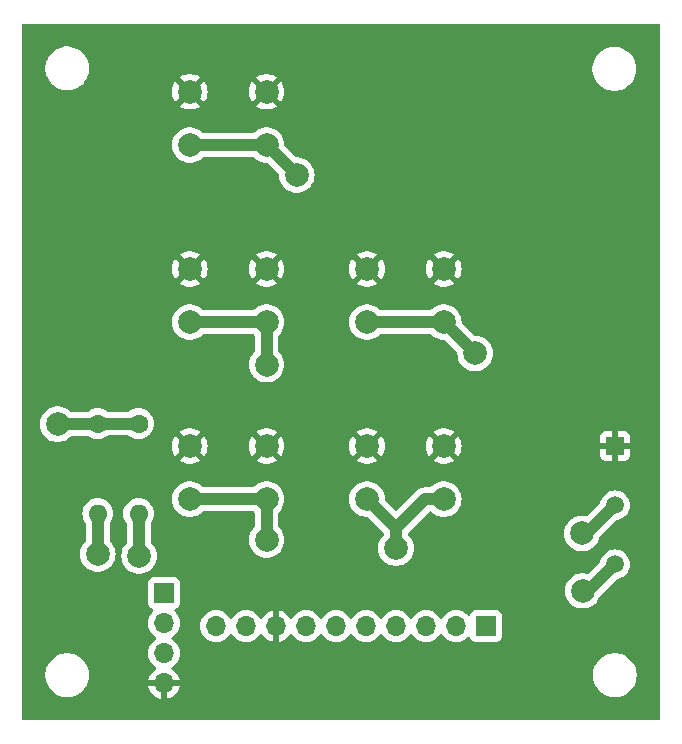
<source format=gbr>
%TF.GenerationSoftware,KiCad,Pcbnew,8.0.7*%
%TF.CreationDate,2025-01-10T14:29:54+01:00*%
%TF.ProjectId,LCD_PCB,4c43445f-5043-4422-9e6b-696361645f70,rev?*%
%TF.SameCoordinates,Original*%
%TF.FileFunction,Copper,L2,Bot*%
%TF.FilePolarity,Positive*%
%FSLAX46Y46*%
G04 Gerber Fmt 4.6, Leading zero omitted, Abs format (unit mm)*
G04 Created by KiCad (PCBNEW 8.0.7) date 2025-01-10 14:29:54*
%MOMM*%
%LPD*%
G01*
G04 APERTURE LIST*
%TA.AperFunction,ComponentPad*%
%ADD10C,2.000000*%
%TD*%
%TA.AperFunction,ComponentPad*%
%ADD11C,1.600000*%
%TD*%
%TA.AperFunction,ComponentPad*%
%ADD12O,1.600000X1.600000*%
%TD*%
%TA.AperFunction,ComponentPad*%
%ADD13R,1.500000X1.500000*%
%TD*%
%TA.AperFunction,ComponentPad*%
%ADD14C,1.500000*%
%TD*%
%TA.AperFunction,ComponentPad*%
%ADD15R,1.700000X1.700000*%
%TD*%
%TA.AperFunction,ComponentPad*%
%ADD16O,1.700000X1.700000*%
%TD*%
%TA.AperFunction,ViaPad*%
%ADD17C,2.000000*%
%TD*%
%TA.AperFunction,Conductor*%
%ADD18C,1.000000*%
%TD*%
G04 APERTURE END LIST*
D10*
%TO.P,SW1,1,1*%
%TO.N,Button Down*%
X135300000Y-50275000D03*
X128800000Y-50275000D03*
%TO.P,SW1,2,2*%
%TO.N,GND*%
X135300000Y-45775000D03*
X128800000Y-45775000D03*
%TD*%
%TO.P,SW2,1,1*%
%TO.N,Button Up*%
X135300000Y-80275000D03*
X128800000Y-80275000D03*
%TO.P,SW2,2,2*%
%TO.N,GND*%
X135300000Y-75775000D03*
X128800000Y-75775000D03*
%TD*%
D11*
%TO.P,R1,1*%
%TO.N,5V*%
X124460000Y-73875000D03*
D12*
%TO.P,R1,2*%
%TO.N,lcd SCL*%
X124460000Y-81495000D03*
%TD*%
D11*
%TO.P,R2,1*%
%TO.N,5V*%
X121000000Y-73865000D03*
D12*
%TO.P,R2,2*%
%TO.N,lcd SDA*%
X121000000Y-81485000D03*
%TD*%
D13*
%TO.P,RV1,1,1*%
%TO.N,GND*%
X164800000Y-75775000D03*
D14*
%TO.P,RV1,2,2*%
%TO.N,control panel pot*%
X164800000Y-80775000D03*
%TO.P,RV1,3,3*%
%TO.N,5V*%
X164800000Y-85775000D03*
%TD*%
D10*
%TO.P,SW3,1,1*%
%TO.N,Button OK*%
X135300000Y-65275000D03*
X128800000Y-65275000D03*
%TO.P,SW3,2,2*%
%TO.N,GND*%
X135300000Y-60775000D03*
X128800000Y-60775000D03*
%TD*%
%TO.P,SW5,1,1*%
%TO.N,Button Sleep*%
X150300000Y-65275000D03*
X143800000Y-65275000D03*
%TO.P,SW5,2,2*%
%TO.N,GND*%
X150300000Y-60775000D03*
X143800000Y-60775000D03*
%TD*%
%TO.P,SW4,1,1*%
%TO.N,Button Back*%
X150300000Y-80275000D03*
X143800000Y-80275000D03*
%TO.P,SW4,2,2*%
%TO.N,GND*%
X150300000Y-75775000D03*
X143800000Y-75775000D03*
%TD*%
D15*
%TO.P,J1,1,Pin_1*%
%TO.N,lcd SCL*%
X126600000Y-88225000D03*
D16*
%TO.P,J1,2,Pin_2*%
%TO.N,lcd SDA*%
X126600000Y-90765000D03*
%TO.P,J1,3,Pin_3*%
%TO.N,5V*%
X126600000Y-93305000D03*
%TO.P,J1,4,Pin_4*%
%TO.N,GND*%
X126600000Y-95845000D03*
%TD*%
D15*
%TO.P,J2,1,Pin_1*%
%TO.N,control panel pot*%
X153880000Y-91025000D03*
D16*
%TO.P,J2,2,Pin_2*%
%TO.N,5V*%
X151340000Y-91025000D03*
%TO.P,J2,3,Pin_3*%
%TO.N,Button Back*%
X148800000Y-91025000D03*
%TO.P,J2,4,Pin_4*%
%TO.N,Button Sleep*%
X146260000Y-91025000D03*
%TO.P,J2,5,Pin_5*%
%TO.N,Button Up*%
X143720000Y-91025000D03*
%TO.P,J2,6,Pin_6*%
%TO.N,Button OK*%
X141180000Y-91025000D03*
%TO.P,J2,7,Pin_7*%
%TO.N,Button Down*%
X138640000Y-91025000D03*
%TO.P,J2,8,Pin_8*%
%TO.N,GND*%
X136100000Y-91025000D03*
%TO.P,J2,9,Pin_9*%
%TO.N,lcd SCL*%
X133560000Y-91025000D03*
%TO.P,J2,10,Pin_10*%
%TO.N,lcd SDA*%
X131020000Y-91025000D03*
%TD*%
D17*
%TO.N,GND*%
X135900000Y-97675000D03*
X132100000Y-84575000D03*
%TO.N,lcd SDA*%
X121000000Y-84925000D03*
%TO.N,lcd SCL*%
X124500000Y-85075000D03*
%TO.N,5V*%
X117600000Y-73925000D03*
X162050000Y-88025000D03*
%TO.N,control panel pot*%
X162000000Y-83175000D03*
%TO.N,Button Down*%
X137850000Y-52825000D03*
%TO.N,Button Back*%
X146250000Y-84425000D03*
%TO.N,Button OK*%
X135300000Y-68875000D03*
%TO.N,Button Up*%
X135300000Y-83725000D03*
%TO.N,Button Sleep*%
X152950000Y-67925000D03*
%TD*%
D18*
%TO.N,lcd SDA*%
X121000000Y-84925000D02*
X121000000Y-81485000D01*
%TO.N,lcd SCL*%
X124500000Y-81635000D02*
X124450000Y-81585000D01*
X124500000Y-81535000D02*
X124460000Y-81495000D01*
X124500000Y-85075000D02*
X124500000Y-81535000D01*
%TO.N,5V*%
X117600000Y-73925000D02*
X120940000Y-73925000D01*
X121000000Y-73865000D02*
X124450000Y-73865000D01*
X120940000Y-73925000D02*
X121000000Y-73865000D01*
X162050000Y-88025000D02*
X162550000Y-88025000D01*
X162550000Y-88025000D02*
X164800000Y-85775000D01*
X124450000Y-73865000D02*
X124460000Y-73875000D01*
X124350000Y-73865000D02*
X124450000Y-73965000D01*
%TO.N,control panel pot*%
X162400000Y-83175000D02*
X164800000Y-80775000D01*
X162000000Y-83175000D02*
X162400000Y-83175000D01*
%TO.N,Button Down*%
X137850000Y-52825000D02*
X135300000Y-50275000D01*
X135300000Y-50275000D02*
X128800000Y-50275000D01*
%TO.N,Button Back*%
X146250000Y-84425000D02*
X146250000Y-82725000D01*
X148700000Y-80275000D02*
X150300000Y-80275000D01*
X146250000Y-82725000D02*
X143800000Y-80275000D01*
X146250000Y-82725000D02*
X148700000Y-80275000D01*
%TO.N,Button OK*%
X135300000Y-65275000D02*
X128800000Y-65275000D01*
X135300000Y-68875000D02*
X135300000Y-65275000D01*
%TO.N,Button Up*%
X135300000Y-83725000D02*
X135300000Y-80275000D01*
X135300000Y-80275000D02*
X128800000Y-80275000D01*
%TO.N,Button Sleep*%
X152950000Y-67925000D02*
X150300000Y-65275000D01*
X150300000Y-65275000D02*
X143800000Y-65275000D01*
%TD*%
%TA.AperFunction,Conductor*%
%TO.N,GND*%
G36*
X114657461Y-98979815D02*
G01*
X114611706Y-98927011D01*
X114600500Y-98875500D01*
X114600500Y-40124500D01*
X114620185Y-40057461D01*
X114672989Y-40011706D01*
X114724500Y-40000500D01*
X168475500Y-40000500D01*
X168542539Y-40020185D01*
X168588294Y-40072989D01*
X168599500Y-40124500D01*
X168599500Y-43959640D01*
X166587149Y-43959640D01*
X166587149Y-43717063D01*
X166555488Y-43476566D01*
X166492702Y-43242247D01*
X166471991Y-43192247D01*
X166399873Y-43018139D01*
X166278585Y-42808062D01*
X166278583Y-42808059D01*
X166278582Y-42808058D01*
X166130916Y-42615615D01*
X166130910Y-42615608D01*
X165959393Y-42444091D01*
X165959387Y-42444086D01*
X165766938Y-42296415D01*
X165556861Y-42175127D01*
X165332749Y-42082297D01*
X165098438Y-42019513D01*
X164918063Y-41995767D01*
X164857938Y-41987851D01*
X164857937Y-41987851D01*
X164615360Y-41987851D01*
X164567261Y-41994184D01*
X164374860Y-42019513D01*
X164140549Y-42082297D01*
X163916437Y-42175127D01*
X163706360Y-42296415D01*
X163513911Y-42444086D01*
X163342384Y-42615613D01*
X163194713Y-42808062D01*
X163073425Y-43018139D01*
X162980595Y-43242251D01*
X162917811Y-43476562D01*
X162886149Y-43717063D01*
X162886149Y-43909640D01*
X120263851Y-43909640D01*
X120263851Y-43667063D01*
X120232190Y-43426566D01*
X120169404Y-43192247D01*
X120097289Y-43018146D01*
X120076575Y-42968139D01*
X119955287Y-42758062D01*
X119955285Y-42758059D01*
X119955284Y-42758058D01*
X119807618Y-42565615D01*
X119807612Y-42565608D01*
X119636095Y-42394091D01*
X119636089Y-42394086D01*
X119443640Y-42246415D01*
X119233563Y-42125127D01*
X119009451Y-42032297D01*
X118775140Y-41969513D01*
X118594765Y-41945767D01*
X118534640Y-41937851D01*
X118534639Y-41937851D01*
X118292062Y-41937851D01*
X118243963Y-41944184D01*
X118051562Y-41969513D01*
X117817251Y-42032297D01*
X117593139Y-42125127D01*
X117383062Y-42246415D01*
X117190613Y-42394086D01*
X117019086Y-42565613D01*
X116871415Y-42758062D01*
X116750127Y-42968139D01*
X116657297Y-43192251D01*
X116594513Y-43426562D01*
X116562851Y-43667063D01*
X116562851Y-43909639D01*
X116569434Y-43959639D01*
X116594513Y-44150137D01*
X116594513Y-44150140D01*
X116657297Y-44384451D01*
X116750127Y-44608563D01*
X116871415Y-44818640D01*
X117019086Y-45011089D01*
X117019091Y-45011095D01*
X117190608Y-45182612D01*
X117190615Y-45182618D01*
X117383058Y-45330284D01*
X117383059Y-45330285D01*
X117383062Y-45330287D01*
X117593139Y-45451575D01*
X117593146Y-45451578D01*
X117817247Y-45544404D01*
X118051566Y-45607190D01*
X118292062Y-45638851D01*
X118292063Y-45638851D01*
X118534639Y-45638851D01*
X118534640Y-45638851D01*
X118775137Y-45607190D01*
X119009456Y-45544404D01*
X119233557Y-45451578D01*
X119233566Y-45451574D01*
X119443645Y-45330284D01*
X119636088Y-45182618D01*
X119636095Y-45182612D01*
X119807612Y-45011095D01*
X119807618Y-45011088D01*
X119955284Y-44818645D01*
X120076574Y-44608566D01*
X120076578Y-44608557D01*
X120169404Y-44384456D01*
X120232190Y-44150137D01*
X120263851Y-43909640D01*
X162886149Y-43909640D01*
X162886149Y-43959639D01*
X162917811Y-44200140D01*
X162980595Y-44434451D01*
X163073425Y-44658563D01*
X163194713Y-44868640D01*
X163342384Y-45061089D01*
X163342389Y-45061095D01*
X163513906Y-45232612D01*
X163513913Y-45232618D01*
X163706356Y-45380284D01*
X163706357Y-45380285D01*
X163706360Y-45380287D01*
X163916437Y-45501575D01*
X163916444Y-45501578D01*
X164140545Y-45594404D01*
X164374864Y-45657190D01*
X164615360Y-45688851D01*
X164615361Y-45688851D01*
X164857937Y-45688851D01*
X164857938Y-45688851D01*
X165098435Y-45657190D01*
X165332754Y-45594404D01*
X165556855Y-45501578D01*
X165556864Y-45501574D01*
X165766943Y-45380284D01*
X165959386Y-45232618D01*
X165959393Y-45232612D01*
X166130910Y-45061095D01*
X166130916Y-45061088D01*
X166278582Y-44868645D01*
X166399872Y-44658566D01*
X166399876Y-44658557D01*
X166492702Y-44434456D01*
X166555488Y-44200137D01*
X166587149Y-43959640D01*
X168599500Y-43959640D01*
X168599500Y-45775006D01*
X136805141Y-45775006D01*
X136805141Y-45774995D01*
X136784615Y-45527271D01*
X136784613Y-45527262D01*
X136723588Y-45286283D01*
X136623734Y-45058636D01*
X136523436Y-44905118D01*
X135823788Y-45604766D01*
X135812518Y-45562708D01*
X135740110Y-45437292D01*
X135637708Y-45334890D01*
X135512292Y-45262482D01*
X135470235Y-45251213D01*
X136170058Y-44551391D01*
X136123232Y-44514945D01*
X136123230Y-44514944D01*
X135904615Y-44396636D01*
X135904604Y-44396631D01*
X135669494Y-44315917D01*
X135424293Y-44275000D01*
X135175707Y-44275000D01*
X134930507Y-44315917D01*
X134695397Y-44396631D01*
X134695386Y-44396636D01*
X134476772Y-44514943D01*
X134476769Y-44514945D01*
X134429944Y-44551391D01*
X135129766Y-45251213D01*
X135087708Y-45262482D01*
X134962292Y-45334890D01*
X134859890Y-45437292D01*
X134787482Y-45562708D01*
X134776213Y-45604765D01*
X134076566Y-44905118D01*
X133976269Y-45058631D01*
X133876413Y-45286283D01*
X133815388Y-45527262D01*
X133815386Y-45527271D01*
X133794859Y-45774995D01*
X133794859Y-45775006D01*
X130305141Y-45775006D01*
X130305141Y-45774995D01*
X130284615Y-45527271D01*
X130284613Y-45527262D01*
X130223588Y-45286283D01*
X130123734Y-45058636D01*
X130023436Y-44905118D01*
X129323788Y-45604766D01*
X129312518Y-45562708D01*
X129240110Y-45437292D01*
X129137708Y-45334890D01*
X129012292Y-45262482D01*
X128970235Y-45251213D01*
X129670058Y-44551391D01*
X129623232Y-44514945D01*
X129623230Y-44514944D01*
X129404615Y-44396636D01*
X129404604Y-44396631D01*
X129169494Y-44315917D01*
X128924293Y-44275000D01*
X128675707Y-44275000D01*
X128430507Y-44315917D01*
X128195397Y-44396631D01*
X128195386Y-44396636D01*
X127976772Y-44514943D01*
X127976769Y-44514945D01*
X127929944Y-44551391D01*
X128629766Y-45251213D01*
X128587708Y-45262482D01*
X128462292Y-45334890D01*
X128359890Y-45437292D01*
X128287482Y-45562708D01*
X128276213Y-45604765D01*
X127576566Y-44905118D01*
X127476269Y-45058631D01*
X127376413Y-45286283D01*
X127315388Y-45527262D01*
X127315386Y-45527271D01*
X127294859Y-45774995D01*
X127294859Y-45775006D01*
X127315386Y-46022730D01*
X127315388Y-46022739D01*
X127376413Y-46263718D01*
X127476269Y-46491370D01*
X127576566Y-46644884D01*
X128276213Y-45945236D01*
X128287482Y-45987292D01*
X128359890Y-46112708D01*
X128462292Y-46215110D01*
X128587708Y-46287518D01*
X128629765Y-46298788D01*
X127929943Y-46998610D01*
X127929944Y-46998611D01*
X127976771Y-47035057D01*
X128195386Y-47153365D01*
X128195397Y-47153370D01*
X128430507Y-47234084D01*
X128675707Y-47275000D01*
X128924293Y-47275000D01*
X129169494Y-47234084D01*
X129404604Y-47153370D01*
X129404610Y-47153368D01*
X129623239Y-47035051D01*
X129670058Y-46998612D01*
X129670058Y-46998610D01*
X128970235Y-46298788D01*
X129012292Y-46287518D01*
X129137708Y-46215110D01*
X129240110Y-46112708D01*
X129312518Y-45987292D01*
X129323788Y-45945236D01*
X130023436Y-46644884D01*
X130123733Y-46491368D01*
X130223588Y-46263718D01*
X130284613Y-46022739D01*
X130284615Y-46022730D01*
X130305141Y-45775006D01*
X133794859Y-45775006D01*
X133815386Y-46022730D01*
X133815388Y-46022739D01*
X133876413Y-46263718D01*
X133976269Y-46491370D01*
X134076566Y-46644884D01*
X134776213Y-45945236D01*
X134787482Y-45987292D01*
X134859890Y-46112708D01*
X134962292Y-46215110D01*
X135087708Y-46287518D01*
X135129765Y-46298788D01*
X134429943Y-46998610D01*
X134429944Y-46998611D01*
X134476771Y-47035057D01*
X134695386Y-47153365D01*
X134695397Y-47153370D01*
X134930507Y-47234084D01*
X135175707Y-47275000D01*
X135424293Y-47275000D01*
X135669494Y-47234084D01*
X135904604Y-47153370D01*
X135904610Y-47153368D01*
X136123239Y-47035051D01*
X136170058Y-46998612D01*
X136170058Y-46998610D01*
X135470235Y-46298788D01*
X135512292Y-46287518D01*
X135637708Y-46215110D01*
X135740110Y-46112708D01*
X135812518Y-45987292D01*
X135823788Y-45945236D01*
X136523436Y-46644884D01*
X136623733Y-46491368D01*
X136723588Y-46263718D01*
X136784613Y-46022739D01*
X136784615Y-46022730D01*
X136805141Y-45775006D01*
X168599500Y-45775006D01*
X168599500Y-52825006D01*
X139355643Y-52825006D01*
X139355643Y-52824995D01*
X139335110Y-52577188D01*
X139335108Y-52577176D01*
X139274064Y-52336119D01*
X139174174Y-52108394D01*
X139038167Y-51900218D01*
X139038164Y-51900215D01*
X138869744Y-51717262D01*
X138673509Y-51564526D01*
X138454810Y-51446172D01*
X138219614Y-51365429D01*
X137974335Y-51324500D01*
X137815782Y-51324500D01*
X137748743Y-51304815D01*
X137728101Y-51288181D01*
X136839343Y-50399423D01*
X136805858Y-50338100D01*
X136803447Y-50301505D01*
X136805642Y-50275006D01*
X136805643Y-50274998D01*
X136805643Y-50274995D01*
X136785110Y-50027188D01*
X136785108Y-50027176D01*
X136724064Y-49786119D01*
X136624174Y-49558394D01*
X136488167Y-49350218D01*
X136488164Y-49350215D01*
X136319744Y-49167262D01*
X136123509Y-49014526D01*
X135904810Y-48896172D01*
X135669614Y-48815429D01*
X135424335Y-48774500D01*
X135175665Y-48774500D01*
X134930386Y-48815429D01*
X134695190Y-48896172D01*
X134476491Y-49014526D01*
X134280256Y-49167262D01*
X134255806Y-49193823D01*
X134218374Y-49234483D01*
X134158487Y-49270474D01*
X134127145Y-49274500D01*
X129972855Y-49274500D01*
X129905816Y-49254815D01*
X129881626Y-49234483D01*
X129819748Y-49167266D01*
X129819744Y-49167262D01*
X129623509Y-49014526D01*
X129404810Y-48896172D01*
X129169614Y-48815429D01*
X128924335Y-48774500D01*
X128675665Y-48774500D01*
X128430386Y-48815429D01*
X128195190Y-48896172D01*
X127976491Y-49014526D01*
X127780256Y-49167262D01*
X127611836Y-49350215D01*
X127475827Y-49558393D01*
X127375937Y-49786119D01*
X127314892Y-50027179D01*
X127294357Y-50275000D01*
X127299586Y-50338100D01*
X127314891Y-50522813D01*
X127314893Y-50522825D01*
X127375937Y-50763882D01*
X127475827Y-50991607D01*
X127611834Y-51199783D01*
X127685243Y-51279526D01*
X127780256Y-51382738D01*
X127976491Y-51535474D01*
X127976493Y-51535475D01*
X127976494Y-51535476D01*
X128195189Y-51653828D01*
X128195198Y-51653831D01*
X128430384Y-51734571D01*
X128675665Y-51775500D01*
X128924335Y-51775500D01*
X129169617Y-51734571D01*
X129404803Y-51653831D01*
X129404812Y-51653828D01*
X129623507Y-51535476D01*
X129819745Y-51382738D01*
X129819748Y-51382735D01*
X129881626Y-51315517D01*
X129941513Y-51279526D01*
X129972855Y-51275500D01*
X134127145Y-51275500D01*
X134194184Y-51295185D01*
X134218374Y-51315517D01*
X134280253Y-51382735D01*
X134280256Y-51382738D01*
X134280257Y-51382739D01*
X134476491Y-51535474D01*
X134476493Y-51535475D01*
X134476494Y-51535476D01*
X134695189Y-51653828D01*
X134695198Y-51653831D01*
X134930384Y-51734571D01*
X135175665Y-51775500D01*
X135334217Y-51775500D01*
X135401256Y-51795185D01*
X135421898Y-51811819D01*
X136310658Y-52700578D01*
X136344143Y-52761901D01*
X136346553Y-52798501D01*
X136344357Y-52824997D01*
X136344357Y-52825005D01*
X136364891Y-53072813D01*
X136364893Y-53072825D01*
X136425937Y-53313882D01*
X136525827Y-53541607D01*
X136661834Y-53749783D01*
X136683443Y-53773256D01*
X136830256Y-53932738D01*
X137026491Y-54085474D01*
X137026493Y-54085475D01*
X137026494Y-54085476D01*
X137245189Y-54203828D01*
X137245198Y-54203831D01*
X137480384Y-54284571D01*
X137725665Y-54325500D01*
X137974335Y-54325500D01*
X138219617Y-54284571D01*
X138454803Y-54203831D01*
X138454812Y-54203828D01*
X138673507Y-54085476D01*
X138869743Y-53932739D01*
X139038167Y-53749783D01*
X139174174Y-53541607D01*
X139274064Y-53313882D01*
X139335108Y-53072825D01*
X139335110Y-53072813D01*
X139355643Y-52825006D01*
X168599500Y-52825006D01*
X168599500Y-60775006D01*
X151805141Y-60775006D01*
X151805141Y-60774995D01*
X151784615Y-60527271D01*
X151784613Y-60527262D01*
X151723588Y-60286283D01*
X151623734Y-60058636D01*
X151523436Y-59905118D01*
X150823788Y-60604766D01*
X150812518Y-60562708D01*
X150740110Y-60437292D01*
X150637708Y-60334890D01*
X150512292Y-60262482D01*
X150470235Y-60251213D01*
X151170058Y-59551391D01*
X151123232Y-59514945D01*
X151123230Y-59514944D01*
X150904615Y-59396636D01*
X150904604Y-59396631D01*
X150669494Y-59315917D01*
X150424293Y-59275000D01*
X150175707Y-59275000D01*
X149930507Y-59315917D01*
X149695397Y-59396631D01*
X149695386Y-59396636D01*
X149476772Y-59514943D01*
X149476769Y-59514945D01*
X149429944Y-59551391D01*
X150129766Y-60251213D01*
X150087708Y-60262482D01*
X149962292Y-60334890D01*
X149859890Y-60437292D01*
X149787482Y-60562708D01*
X149776213Y-60604765D01*
X149076566Y-59905118D01*
X148976269Y-60058631D01*
X148876413Y-60286283D01*
X148815388Y-60527262D01*
X148815386Y-60527271D01*
X148794859Y-60774995D01*
X148794859Y-60775006D01*
X145305141Y-60775006D01*
X145305141Y-60774995D01*
X145284615Y-60527271D01*
X145284613Y-60527262D01*
X145223588Y-60286283D01*
X145123734Y-60058636D01*
X145023436Y-59905118D01*
X144323788Y-60604766D01*
X144312518Y-60562708D01*
X144240110Y-60437292D01*
X144137708Y-60334890D01*
X144012292Y-60262482D01*
X143970235Y-60251213D01*
X144670058Y-59551391D01*
X144623232Y-59514945D01*
X144623230Y-59514944D01*
X144404615Y-59396636D01*
X144404604Y-59396631D01*
X144169494Y-59315917D01*
X143924293Y-59275000D01*
X143675707Y-59275000D01*
X143430507Y-59315917D01*
X143195397Y-59396631D01*
X143195386Y-59396636D01*
X142976772Y-59514943D01*
X142976769Y-59514945D01*
X142929944Y-59551391D01*
X143629766Y-60251213D01*
X143587708Y-60262482D01*
X143462292Y-60334890D01*
X143359890Y-60437292D01*
X143287482Y-60562708D01*
X143276213Y-60604765D01*
X142576566Y-59905118D01*
X142476269Y-60058631D01*
X142376413Y-60286283D01*
X142315388Y-60527262D01*
X142315386Y-60527271D01*
X142294859Y-60774995D01*
X142294859Y-60775006D01*
X136805141Y-60775006D01*
X136805141Y-60774995D01*
X136784615Y-60527271D01*
X136784613Y-60527262D01*
X136723588Y-60286283D01*
X136623734Y-60058636D01*
X136523436Y-59905118D01*
X135823788Y-60604766D01*
X135812518Y-60562708D01*
X135740110Y-60437292D01*
X135637708Y-60334890D01*
X135512292Y-60262482D01*
X135470235Y-60251213D01*
X136170058Y-59551391D01*
X136123232Y-59514945D01*
X136123230Y-59514944D01*
X135904615Y-59396636D01*
X135904604Y-59396631D01*
X135669494Y-59315917D01*
X135424293Y-59275000D01*
X135175707Y-59275000D01*
X134930507Y-59315917D01*
X134695397Y-59396631D01*
X134695386Y-59396636D01*
X134476772Y-59514943D01*
X134476769Y-59514945D01*
X134429944Y-59551391D01*
X135129766Y-60251213D01*
X135087708Y-60262482D01*
X134962292Y-60334890D01*
X134859890Y-60437292D01*
X134787482Y-60562708D01*
X134776213Y-60604765D01*
X134076566Y-59905118D01*
X133976269Y-60058631D01*
X133876413Y-60286283D01*
X133815388Y-60527262D01*
X133815386Y-60527271D01*
X133794859Y-60774995D01*
X133794859Y-60775006D01*
X130305141Y-60775006D01*
X130305141Y-60774995D01*
X130284615Y-60527271D01*
X130284613Y-60527262D01*
X130223588Y-60286283D01*
X130123734Y-60058636D01*
X130023436Y-59905118D01*
X129323788Y-60604766D01*
X129312518Y-60562708D01*
X129240110Y-60437292D01*
X129137708Y-60334890D01*
X129012292Y-60262482D01*
X128970235Y-60251213D01*
X129670058Y-59551391D01*
X129623232Y-59514945D01*
X129623230Y-59514944D01*
X129404615Y-59396636D01*
X129404604Y-59396631D01*
X129169494Y-59315917D01*
X128924293Y-59275000D01*
X128675707Y-59275000D01*
X128430507Y-59315917D01*
X128195397Y-59396631D01*
X128195386Y-59396636D01*
X127976772Y-59514943D01*
X127976769Y-59514945D01*
X127929944Y-59551391D01*
X128629766Y-60251213D01*
X128587708Y-60262482D01*
X128462292Y-60334890D01*
X128359890Y-60437292D01*
X128287482Y-60562708D01*
X128276213Y-60604765D01*
X127576566Y-59905118D01*
X127476269Y-60058631D01*
X127376413Y-60286283D01*
X127315388Y-60527262D01*
X127315386Y-60527271D01*
X127294859Y-60774995D01*
X127294859Y-60775006D01*
X127315386Y-61022730D01*
X127315388Y-61022739D01*
X127376413Y-61263718D01*
X127476269Y-61491370D01*
X127576566Y-61644884D01*
X128276213Y-60945236D01*
X128287482Y-60987292D01*
X128359890Y-61112708D01*
X128462292Y-61215110D01*
X128587708Y-61287518D01*
X128629765Y-61298788D01*
X127929943Y-61998610D01*
X127929944Y-61998611D01*
X127976771Y-62035057D01*
X128195386Y-62153365D01*
X128195397Y-62153370D01*
X128430507Y-62234084D01*
X128675707Y-62275000D01*
X128924293Y-62275000D01*
X129169494Y-62234084D01*
X129404604Y-62153370D01*
X129404610Y-62153368D01*
X129623239Y-62035051D01*
X129670058Y-61998612D01*
X129670058Y-61998610D01*
X128970235Y-61298788D01*
X129012292Y-61287518D01*
X129137708Y-61215110D01*
X129240110Y-61112708D01*
X129312518Y-60987292D01*
X129323788Y-60945236D01*
X130023436Y-61644884D01*
X130123733Y-61491368D01*
X130223588Y-61263718D01*
X130284613Y-61022739D01*
X130284615Y-61022730D01*
X130305141Y-60775006D01*
X133794859Y-60775006D01*
X133815386Y-61022730D01*
X133815388Y-61022739D01*
X133876413Y-61263718D01*
X133976269Y-61491370D01*
X134076566Y-61644884D01*
X134776213Y-60945236D01*
X134787482Y-60987292D01*
X134859890Y-61112708D01*
X134962292Y-61215110D01*
X135087708Y-61287518D01*
X135129765Y-61298788D01*
X134429943Y-61998610D01*
X134429944Y-61998611D01*
X134476771Y-62035057D01*
X134695386Y-62153365D01*
X134695397Y-62153370D01*
X134930507Y-62234084D01*
X135175707Y-62275000D01*
X135424293Y-62275000D01*
X135669494Y-62234084D01*
X135904604Y-62153370D01*
X135904610Y-62153368D01*
X136123239Y-62035051D01*
X136170058Y-61998612D01*
X136170058Y-61998610D01*
X135470235Y-61298788D01*
X135512292Y-61287518D01*
X135637708Y-61215110D01*
X135740110Y-61112708D01*
X135812518Y-60987292D01*
X135823788Y-60945236D01*
X136523436Y-61644884D01*
X136623733Y-61491368D01*
X136723588Y-61263718D01*
X136784613Y-61022739D01*
X136784615Y-61022730D01*
X136805141Y-60775006D01*
X142294859Y-60775006D01*
X142315386Y-61022730D01*
X142315388Y-61022739D01*
X142376413Y-61263718D01*
X142476269Y-61491370D01*
X142576566Y-61644884D01*
X143276213Y-60945236D01*
X143287482Y-60987292D01*
X143359890Y-61112708D01*
X143462292Y-61215110D01*
X143587708Y-61287518D01*
X143629765Y-61298788D01*
X142929943Y-61998610D01*
X142929944Y-61998611D01*
X142976771Y-62035057D01*
X143195386Y-62153365D01*
X143195397Y-62153370D01*
X143430507Y-62234084D01*
X143675707Y-62275000D01*
X143924293Y-62275000D01*
X144169494Y-62234084D01*
X144404604Y-62153370D01*
X144404610Y-62153368D01*
X144623239Y-62035051D01*
X144670058Y-61998612D01*
X144670058Y-61998610D01*
X143970235Y-61298788D01*
X144012292Y-61287518D01*
X144137708Y-61215110D01*
X144240110Y-61112708D01*
X144312518Y-60987292D01*
X144323788Y-60945236D01*
X145023436Y-61644884D01*
X145123733Y-61491368D01*
X145223588Y-61263718D01*
X145284613Y-61022739D01*
X145284615Y-61022730D01*
X145305141Y-60775006D01*
X148794859Y-60775006D01*
X148815386Y-61022730D01*
X148815388Y-61022739D01*
X148876413Y-61263718D01*
X148976269Y-61491370D01*
X149076566Y-61644884D01*
X149776213Y-60945236D01*
X149787482Y-60987292D01*
X149859890Y-61112708D01*
X149962292Y-61215110D01*
X150087708Y-61287518D01*
X150129765Y-61298788D01*
X149429943Y-61998610D01*
X149429944Y-61998611D01*
X149476771Y-62035057D01*
X149695386Y-62153365D01*
X149695397Y-62153370D01*
X149930507Y-62234084D01*
X150175707Y-62275000D01*
X150424293Y-62275000D01*
X150669494Y-62234084D01*
X150904604Y-62153370D01*
X150904610Y-62153368D01*
X151123239Y-62035051D01*
X151170058Y-61998612D01*
X151170058Y-61998610D01*
X150470235Y-61298788D01*
X150512292Y-61287518D01*
X150637708Y-61215110D01*
X150740110Y-61112708D01*
X150812518Y-60987292D01*
X150823788Y-60945236D01*
X151523436Y-61644884D01*
X151623733Y-61491368D01*
X151723588Y-61263718D01*
X151784613Y-61022739D01*
X151784615Y-61022730D01*
X151805141Y-60775006D01*
X168599500Y-60775006D01*
X168599500Y-67925006D01*
X154455643Y-67925006D01*
X154455643Y-67924995D01*
X154435110Y-67677188D01*
X154435108Y-67677176D01*
X154374064Y-67436119D01*
X154274174Y-67208394D01*
X154138167Y-67000218D01*
X154138164Y-67000215D01*
X153969744Y-66817262D01*
X153773509Y-66664526D01*
X153554810Y-66546172D01*
X153319614Y-66465429D01*
X153074335Y-66424500D01*
X152915782Y-66424500D01*
X152848743Y-66404815D01*
X152828101Y-66388181D01*
X151839343Y-65399423D01*
X151805858Y-65338100D01*
X151803447Y-65301505D01*
X151805642Y-65275006D01*
X151805643Y-65274998D01*
X151805643Y-65274995D01*
X151785110Y-65027188D01*
X151785108Y-65027176D01*
X151724064Y-64786119D01*
X151624174Y-64558394D01*
X151488167Y-64350218D01*
X151488164Y-64350215D01*
X151319744Y-64167262D01*
X151123509Y-64014526D01*
X150904810Y-63896172D01*
X150669614Y-63815429D01*
X150424335Y-63774500D01*
X150175665Y-63774500D01*
X149930386Y-63815429D01*
X149695190Y-63896172D01*
X149476491Y-64014526D01*
X149280256Y-64167262D01*
X149255806Y-64193823D01*
X149218374Y-64234483D01*
X149158487Y-64270474D01*
X149127145Y-64274500D01*
X144972855Y-64274500D01*
X144905816Y-64254815D01*
X144881626Y-64234483D01*
X144819748Y-64167266D01*
X144819744Y-64167262D01*
X144623509Y-64014526D01*
X144404810Y-63896172D01*
X144169614Y-63815429D01*
X143924335Y-63774500D01*
X143675665Y-63774500D01*
X143430386Y-63815429D01*
X143195190Y-63896172D01*
X142976491Y-64014526D01*
X142780256Y-64167262D01*
X142611836Y-64350215D01*
X142475827Y-64558393D01*
X142375937Y-64786119D01*
X142314892Y-65027179D01*
X142294357Y-65275000D01*
X142299586Y-65338100D01*
X142314891Y-65522813D01*
X142314893Y-65522825D01*
X142375937Y-65763882D01*
X142475827Y-65991607D01*
X142611834Y-66199783D01*
X142718375Y-66315517D01*
X142780256Y-66382738D01*
X142976491Y-66535474D01*
X142976493Y-66535475D01*
X142976494Y-66535476D01*
X143195189Y-66653828D01*
X143195198Y-66653831D01*
X143430384Y-66734571D01*
X143675665Y-66775500D01*
X143924335Y-66775500D01*
X144169617Y-66734571D01*
X144404803Y-66653831D01*
X144404812Y-66653828D01*
X144623507Y-66535476D01*
X144819745Y-66382738D01*
X144819748Y-66382735D01*
X144881626Y-66315517D01*
X144941513Y-66279526D01*
X144972855Y-66275500D01*
X149127145Y-66275500D01*
X149194184Y-66295185D01*
X149218374Y-66315517D01*
X149280253Y-66382735D01*
X149280256Y-66382738D01*
X149299501Y-66397717D01*
X149476491Y-66535474D01*
X149476493Y-66535475D01*
X149476494Y-66535476D01*
X149695189Y-66653828D01*
X149695198Y-66653831D01*
X149930384Y-66734571D01*
X150175665Y-66775500D01*
X150334218Y-66775500D01*
X150401257Y-66795185D01*
X150421899Y-66811819D01*
X151410658Y-67800578D01*
X151444143Y-67861901D01*
X151446553Y-67898501D01*
X151444357Y-67924997D01*
X151444357Y-67925005D01*
X151464891Y-68172813D01*
X151464893Y-68172825D01*
X151525937Y-68413882D01*
X151625827Y-68641607D01*
X151761834Y-68849783D01*
X151785054Y-68875006D01*
X136805643Y-68875006D01*
X136805643Y-68874995D01*
X136785110Y-68627188D01*
X136785108Y-68627176D01*
X136724064Y-68386119D01*
X136624174Y-68158394D01*
X136488167Y-67950218D01*
X136464957Y-67925005D01*
X136333270Y-67781955D01*
X136302348Y-67719302D01*
X136300500Y-67697973D01*
X136300500Y-66452029D01*
X136320185Y-66384990D01*
X136333270Y-66368047D01*
X136488164Y-66199786D01*
X136624174Y-65991607D01*
X136724064Y-65763882D01*
X136785108Y-65522825D01*
X136785110Y-65522813D01*
X136805643Y-65275006D01*
X136805643Y-65274995D01*
X136785110Y-65027188D01*
X136785108Y-65027176D01*
X136724064Y-64786119D01*
X136624174Y-64558394D01*
X136488167Y-64350218D01*
X136488164Y-64350215D01*
X136319744Y-64167262D01*
X136123509Y-64014526D01*
X135904810Y-63896172D01*
X135669614Y-63815429D01*
X135424335Y-63774500D01*
X135175665Y-63774500D01*
X134930386Y-63815429D01*
X134695190Y-63896172D01*
X134476491Y-64014526D01*
X134280256Y-64167262D01*
X134255806Y-64193823D01*
X134218374Y-64234483D01*
X134158487Y-64270474D01*
X134127145Y-64274500D01*
X129972855Y-64274500D01*
X129905816Y-64254815D01*
X129881626Y-64234483D01*
X129819748Y-64167266D01*
X129819744Y-64167262D01*
X129623509Y-64014526D01*
X129404810Y-63896172D01*
X129169614Y-63815429D01*
X128924335Y-63774500D01*
X128675665Y-63774500D01*
X128430386Y-63815429D01*
X128195190Y-63896172D01*
X127976491Y-64014526D01*
X127780256Y-64167262D01*
X127611836Y-64350215D01*
X127475827Y-64558393D01*
X127375937Y-64786119D01*
X127314892Y-65027179D01*
X127294357Y-65275000D01*
X127299586Y-65338100D01*
X127314891Y-65522813D01*
X127314893Y-65522825D01*
X127375937Y-65763882D01*
X127475827Y-65991607D01*
X127611834Y-66199783D01*
X127718375Y-66315517D01*
X127780256Y-66382738D01*
X127976491Y-66535474D01*
X127976493Y-66535475D01*
X127976494Y-66535476D01*
X128195189Y-66653828D01*
X128195198Y-66653831D01*
X128430384Y-66734571D01*
X128675665Y-66775500D01*
X128924335Y-66775500D01*
X129169617Y-66734571D01*
X129404803Y-66653831D01*
X129404812Y-66653828D01*
X129623507Y-66535476D01*
X129819745Y-66382738D01*
X129819748Y-66382735D01*
X129881626Y-66315517D01*
X129941513Y-66279526D01*
X129972855Y-66275500D01*
X134127145Y-66275500D01*
X134194184Y-66295185D01*
X134218375Y-66315517D01*
X134266730Y-66368045D01*
X134297652Y-66430700D01*
X134299500Y-66452028D01*
X134299500Y-67697973D01*
X134279815Y-67765012D01*
X134266735Y-67781951D01*
X134111836Y-67950215D01*
X133975827Y-68158393D01*
X133875937Y-68386119D01*
X133814892Y-68627179D01*
X133813696Y-68641607D01*
X133794357Y-68874995D01*
X133794357Y-68875006D01*
X133814891Y-69122813D01*
X133814893Y-69122825D01*
X133875937Y-69363882D01*
X133975827Y-69591607D01*
X134111834Y-69799783D01*
X134133443Y-69823256D01*
X134280256Y-69982738D01*
X134476491Y-70135474D01*
X134476493Y-70135475D01*
X134476494Y-70135476D01*
X134695189Y-70253828D01*
X134695198Y-70253831D01*
X134930384Y-70334571D01*
X135175665Y-70375500D01*
X135424335Y-70375500D01*
X135669617Y-70334571D01*
X135904803Y-70253831D01*
X135904812Y-70253828D01*
X136123507Y-70135476D01*
X136319743Y-69982739D01*
X136488167Y-69799783D01*
X136624174Y-69591607D01*
X136724064Y-69363882D01*
X136785108Y-69122825D01*
X136785110Y-69122813D01*
X136805643Y-68875006D01*
X151785054Y-68875006D01*
X151930256Y-69032738D01*
X152126491Y-69185474D01*
X152126493Y-69185475D01*
X152126494Y-69185476D01*
X152345189Y-69303828D01*
X152345198Y-69303831D01*
X152580384Y-69384571D01*
X152825665Y-69425500D01*
X153074335Y-69425500D01*
X153319617Y-69384571D01*
X153554803Y-69303831D01*
X153554812Y-69303828D01*
X153773507Y-69185476D01*
X153969743Y-69032739D01*
X154138167Y-68849783D01*
X154274174Y-68641607D01*
X154374064Y-68413882D01*
X154435108Y-68172825D01*
X154435110Y-68172813D01*
X154455643Y-67925006D01*
X168599500Y-67925006D01*
X168599500Y-73875002D01*
X125765468Y-73875002D01*
X125765468Y-73874999D01*
X125745636Y-73648314D01*
X125745634Y-73648303D01*
X125686742Y-73428512D01*
X125686739Y-73428503D01*
X125590569Y-73222268D01*
X125590568Y-73222266D01*
X125460046Y-73035859D01*
X125299142Y-72874955D01*
X125256097Y-72844815D01*
X125112734Y-72744432D01*
X124906496Y-72648261D01*
X124686692Y-72589365D01*
X124524770Y-72575199D01*
X124460002Y-72569532D01*
X124460000Y-72569532D01*
X124459998Y-72569532D01*
X124403327Y-72574491D01*
X124233308Y-72589365D01*
X124013504Y-72648261D01*
X123807266Y-72744432D01*
X123667816Y-72842076D01*
X123601611Y-72864402D01*
X123596694Y-72864500D01*
X121877588Y-72864500D01*
X121810549Y-72844815D01*
X121806477Y-72842083D01*
X121652734Y-72734432D01*
X121446496Y-72638261D01*
X121226692Y-72579365D01*
X121064770Y-72565199D01*
X121000002Y-72559532D01*
X121000000Y-72559532D01*
X120999998Y-72559532D01*
X120943327Y-72564491D01*
X120773308Y-72579365D01*
X120553504Y-72638261D01*
X120347266Y-72734432D01*
X120160861Y-72864953D01*
X120150859Y-72874955D01*
X120137632Y-72888181D01*
X120076309Y-72921666D01*
X120049951Y-72924500D01*
X118772855Y-72924500D01*
X118705816Y-72904815D01*
X118681626Y-72884483D01*
X118642586Y-72842075D01*
X118619744Y-72817262D01*
X118423509Y-72664526D01*
X118374972Y-72638259D01*
X118247976Y-72569532D01*
X118204810Y-72546172D01*
X117969614Y-72465429D01*
X117724335Y-72424500D01*
X117475665Y-72424500D01*
X117230386Y-72465429D01*
X116995190Y-72546172D01*
X116776491Y-72664526D01*
X116580256Y-72817262D01*
X116411836Y-73000215D01*
X116275827Y-73208393D01*
X116175937Y-73436119D01*
X116114892Y-73677179D01*
X116094357Y-73925000D01*
X116108998Y-74101687D01*
X116114891Y-74172813D01*
X116114893Y-74172825D01*
X116175937Y-74413882D01*
X116275827Y-74641607D01*
X116411834Y-74849783D01*
X116462774Y-74905118D01*
X116580256Y-75032738D01*
X116776491Y-75185474D01*
X116776493Y-75185475D01*
X116776494Y-75185476D01*
X116995189Y-75303828D01*
X116995198Y-75303831D01*
X117230384Y-75384571D01*
X117475665Y-75425500D01*
X117724335Y-75425500D01*
X117969617Y-75384571D01*
X118204803Y-75303831D01*
X118204812Y-75303828D01*
X118423507Y-75185476D01*
X118619745Y-75032738D01*
X118619748Y-75032735D01*
X118681626Y-74965517D01*
X118741513Y-74929526D01*
X118772855Y-74925500D01*
X120208102Y-74925500D01*
X120275141Y-74945185D01*
X120279211Y-74947916D01*
X120347266Y-74995568D01*
X120347267Y-74995569D01*
X120347269Y-74995570D01*
X120347268Y-74995570D01*
X120484758Y-75059682D01*
X120553504Y-75091739D01*
X120553508Y-75091740D01*
X120553512Y-75091742D01*
X120773303Y-75150634D01*
X120773307Y-75150635D01*
X120773308Y-75150635D01*
X120773309Y-75150636D01*
X120773314Y-75150636D01*
X120999998Y-75170468D01*
X121000002Y-75170468D01*
X121226687Y-75150636D01*
X121226698Y-75150634D01*
X121446489Y-75091742D01*
X121446498Y-75091739D01*
X121652733Y-74995569D01*
X121652735Y-74995568D01*
X121806465Y-74887925D01*
X121872671Y-74865598D01*
X121877588Y-74865500D01*
X123568129Y-74865500D01*
X123635168Y-74885185D01*
X123639252Y-74887925D01*
X123807266Y-75005568D01*
X123807268Y-75005569D01*
X124013503Y-75101739D01*
X124013512Y-75101742D01*
X124233303Y-75160634D01*
X124233307Y-75160635D01*
X124233308Y-75160635D01*
X124233309Y-75160636D01*
X124233314Y-75160636D01*
X124459998Y-75180468D01*
X124460002Y-75180468D01*
X124686687Y-75160636D01*
X124686698Y-75160634D01*
X124906489Y-75101742D01*
X124906498Y-75101739D01*
X125112733Y-75005569D01*
X125112735Y-75005568D01*
X125299142Y-74875046D01*
X125460046Y-74714142D01*
X125590568Y-74527735D01*
X125590569Y-74527733D01*
X125686739Y-74321498D01*
X125686742Y-74321489D01*
X125745634Y-74101698D01*
X125745636Y-74101687D01*
X125765468Y-73875002D01*
X168599500Y-73875002D01*
X168599500Y-76572845D01*
X166050000Y-76572845D01*
X166050000Y-76025000D01*
X165290748Y-76025000D01*
X165312518Y-75987292D01*
X165350000Y-75847409D01*
X165350000Y-75702591D01*
X165312518Y-75562708D01*
X165290748Y-75525000D01*
X166050000Y-75525000D01*
X166050000Y-74977156D01*
X166043599Y-74917628D01*
X166043597Y-74917621D01*
X165993355Y-74782914D01*
X165993351Y-74782907D01*
X165907191Y-74667813D01*
X165907188Y-74667810D01*
X165792094Y-74581650D01*
X165792087Y-74581646D01*
X165657380Y-74531404D01*
X165657373Y-74531402D01*
X165597845Y-74525001D01*
X165597828Y-74525000D01*
X165050000Y-74525000D01*
X165050000Y-75284253D01*
X165012292Y-75262482D01*
X164872409Y-75225000D01*
X164727591Y-75225000D01*
X164587708Y-75262482D01*
X164550000Y-75284253D01*
X164550000Y-74525000D01*
X164002172Y-74525000D01*
X164002156Y-74525001D01*
X163942628Y-74531402D01*
X163942621Y-74531404D01*
X163807914Y-74581646D01*
X163807907Y-74581650D01*
X163692813Y-74667810D01*
X163692810Y-74667813D01*
X163606650Y-74782907D01*
X163606646Y-74782914D01*
X163556404Y-74917621D01*
X163556402Y-74917628D01*
X163550001Y-74977156D01*
X163550000Y-74977173D01*
X163550000Y-75525000D01*
X164309252Y-75525000D01*
X164287482Y-75562708D01*
X164250000Y-75702591D01*
X164250000Y-75775006D01*
X151805141Y-75775006D01*
X151805141Y-75774995D01*
X151784615Y-75527271D01*
X151784613Y-75527262D01*
X151723588Y-75286283D01*
X151623734Y-75058636D01*
X151523436Y-74905118D01*
X150823788Y-75604766D01*
X150812518Y-75562708D01*
X150740110Y-75437292D01*
X150637708Y-75334890D01*
X150512292Y-75262482D01*
X150470235Y-75251213D01*
X151170058Y-74551391D01*
X151123232Y-74514945D01*
X151123230Y-74514944D01*
X150904615Y-74396636D01*
X150904604Y-74396631D01*
X150669494Y-74315917D01*
X150424293Y-74275000D01*
X150175707Y-74275000D01*
X149930507Y-74315917D01*
X149695397Y-74396631D01*
X149695386Y-74396636D01*
X149476772Y-74514943D01*
X149476769Y-74514945D01*
X149429944Y-74551391D01*
X150129766Y-75251213D01*
X150087708Y-75262482D01*
X149962292Y-75334890D01*
X149859890Y-75437292D01*
X149787482Y-75562708D01*
X149776213Y-75604765D01*
X149076566Y-74905118D01*
X148976269Y-75058631D01*
X148876413Y-75286283D01*
X148815388Y-75527262D01*
X148815386Y-75527271D01*
X148794859Y-75774995D01*
X148794859Y-75775006D01*
X145305141Y-75775006D01*
X145305141Y-75774995D01*
X145284615Y-75527271D01*
X145284613Y-75527262D01*
X145223588Y-75286283D01*
X145123734Y-75058636D01*
X145023436Y-74905118D01*
X144323788Y-75604766D01*
X144312518Y-75562708D01*
X144240110Y-75437292D01*
X144137708Y-75334890D01*
X144012292Y-75262482D01*
X143970235Y-75251213D01*
X144670058Y-74551391D01*
X144623232Y-74514945D01*
X144623230Y-74514944D01*
X144404615Y-74396636D01*
X144404604Y-74396631D01*
X144169494Y-74315917D01*
X143924293Y-74275000D01*
X143675707Y-74275000D01*
X143430507Y-74315917D01*
X143195397Y-74396631D01*
X143195386Y-74396636D01*
X142976772Y-74514943D01*
X142976769Y-74514945D01*
X142929944Y-74551391D01*
X143629766Y-75251213D01*
X143587708Y-75262482D01*
X143462292Y-75334890D01*
X143359890Y-75437292D01*
X143287482Y-75562708D01*
X143276213Y-75604765D01*
X142576566Y-74905118D01*
X142476269Y-75058631D01*
X142376413Y-75286283D01*
X142315388Y-75527262D01*
X142315386Y-75527271D01*
X142294859Y-75774995D01*
X142294859Y-75775006D01*
X136805141Y-75775006D01*
X136805141Y-75774995D01*
X136784615Y-75527271D01*
X136784613Y-75527262D01*
X136723588Y-75286283D01*
X136623734Y-75058636D01*
X136523436Y-74905118D01*
X135823788Y-75604766D01*
X135812518Y-75562708D01*
X135740110Y-75437292D01*
X135637708Y-75334890D01*
X135512292Y-75262482D01*
X135470235Y-75251213D01*
X136170058Y-74551391D01*
X136123232Y-74514945D01*
X136123230Y-74514944D01*
X135904615Y-74396636D01*
X135904604Y-74396631D01*
X135669494Y-74315917D01*
X135424293Y-74275000D01*
X135175707Y-74275000D01*
X134930507Y-74315917D01*
X134695397Y-74396631D01*
X134695386Y-74396636D01*
X134476772Y-74514943D01*
X134476769Y-74514945D01*
X134429944Y-74551391D01*
X135129766Y-75251213D01*
X135087708Y-75262482D01*
X134962292Y-75334890D01*
X134859890Y-75437292D01*
X134787482Y-75562708D01*
X134776213Y-75604765D01*
X134076566Y-74905118D01*
X133976269Y-75058631D01*
X133876413Y-75286283D01*
X133815388Y-75527262D01*
X133815386Y-75527271D01*
X133794859Y-75774995D01*
X133794859Y-75775006D01*
X130305141Y-75775006D01*
X130305141Y-75774995D01*
X130284615Y-75527271D01*
X130284613Y-75527262D01*
X130223588Y-75286283D01*
X130123734Y-75058636D01*
X130023436Y-74905118D01*
X129323788Y-75604766D01*
X129312518Y-75562708D01*
X129240110Y-75437292D01*
X129137708Y-75334890D01*
X129012292Y-75262482D01*
X128970235Y-75251213D01*
X129670058Y-74551391D01*
X129623232Y-74514945D01*
X129623230Y-74514944D01*
X129404615Y-74396636D01*
X129404604Y-74396631D01*
X129169494Y-74315917D01*
X128924293Y-74275000D01*
X128675707Y-74275000D01*
X128430507Y-74315917D01*
X128195397Y-74396631D01*
X128195386Y-74396636D01*
X127976772Y-74514943D01*
X127976769Y-74514945D01*
X127929944Y-74551391D01*
X128629766Y-75251213D01*
X128587708Y-75262482D01*
X128462292Y-75334890D01*
X128359890Y-75437292D01*
X128287482Y-75562708D01*
X128276213Y-75604765D01*
X127576566Y-74905118D01*
X127476269Y-75058631D01*
X127376413Y-75286283D01*
X127315388Y-75527262D01*
X127315386Y-75527271D01*
X127294859Y-75774995D01*
X127294859Y-75775006D01*
X127315386Y-76022730D01*
X127315388Y-76022739D01*
X127376413Y-76263718D01*
X127476269Y-76491370D01*
X127576566Y-76644884D01*
X128276213Y-75945236D01*
X128287482Y-75987292D01*
X128359890Y-76112708D01*
X128462292Y-76215110D01*
X128587708Y-76287518D01*
X128629765Y-76298788D01*
X127929943Y-76998610D01*
X127929944Y-76998611D01*
X127976771Y-77035057D01*
X128195386Y-77153365D01*
X128195397Y-77153370D01*
X128430507Y-77234084D01*
X128675707Y-77275000D01*
X128924293Y-77275000D01*
X129169494Y-77234084D01*
X129404604Y-77153370D01*
X129404610Y-77153368D01*
X129623239Y-77035051D01*
X129670058Y-76998612D01*
X129670058Y-76998610D01*
X128970235Y-76298788D01*
X129012292Y-76287518D01*
X129137708Y-76215110D01*
X129240110Y-76112708D01*
X129312518Y-75987292D01*
X129323788Y-75945236D01*
X130023436Y-76644884D01*
X130123733Y-76491368D01*
X130223588Y-76263718D01*
X130284613Y-76022739D01*
X130284615Y-76022730D01*
X130305141Y-75775006D01*
X133794859Y-75775006D01*
X133815386Y-76022730D01*
X133815388Y-76022739D01*
X133876413Y-76263718D01*
X133976269Y-76491370D01*
X134076566Y-76644884D01*
X134776213Y-75945236D01*
X134787482Y-75987292D01*
X134859890Y-76112708D01*
X134962292Y-76215110D01*
X135087708Y-76287518D01*
X135129765Y-76298788D01*
X134429943Y-76998610D01*
X134429944Y-76998611D01*
X134476771Y-77035057D01*
X134695386Y-77153365D01*
X134695397Y-77153370D01*
X134930507Y-77234084D01*
X135175707Y-77275000D01*
X135424293Y-77275000D01*
X135669494Y-77234084D01*
X135904604Y-77153370D01*
X135904610Y-77153368D01*
X136123239Y-77035051D01*
X136170058Y-76998612D01*
X136170058Y-76998610D01*
X135470235Y-76298788D01*
X135512292Y-76287518D01*
X135637708Y-76215110D01*
X135740110Y-76112708D01*
X135812518Y-75987292D01*
X135823788Y-75945236D01*
X136523436Y-76644884D01*
X136623733Y-76491368D01*
X136723588Y-76263718D01*
X136784613Y-76022739D01*
X136784615Y-76022730D01*
X136805141Y-75775006D01*
X142294859Y-75775006D01*
X142315386Y-76022730D01*
X142315388Y-76022739D01*
X142376413Y-76263718D01*
X142476269Y-76491370D01*
X142576566Y-76644884D01*
X143276213Y-75945236D01*
X143287482Y-75987292D01*
X143359890Y-76112708D01*
X143462292Y-76215110D01*
X143587708Y-76287518D01*
X143629765Y-76298788D01*
X142929943Y-76998610D01*
X142929944Y-76998611D01*
X142976771Y-77035057D01*
X143195386Y-77153365D01*
X143195397Y-77153370D01*
X143430507Y-77234084D01*
X143675707Y-77275000D01*
X143924293Y-77275000D01*
X144169494Y-77234084D01*
X144404604Y-77153370D01*
X144404610Y-77153368D01*
X144623239Y-77035051D01*
X144670058Y-76998612D01*
X144670058Y-76998610D01*
X143970235Y-76298788D01*
X144012292Y-76287518D01*
X144137708Y-76215110D01*
X144240110Y-76112708D01*
X144312518Y-75987292D01*
X144323788Y-75945236D01*
X145023436Y-76644884D01*
X145123733Y-76491368D01*
X145223588Y-76263718D01*
X145284613Y-76022739D01*
X145284615Y-76022730D01*
X145305141Y-75775006D01*
X148794859Y-75775006D01*
X148815386Y-76022730D01*
X148815388Y-76022739D01*
X148876413Y-76263718D01*
X148976269Y-76491370D01*
X149076566Y-76644884D01*
X149776213Y-75945236D01*
X149787482Y-75987292D01*
X149859890Y-76112708D01*
X149962292Y-76215110D01*
X150087708Y-76287518D01*
X150129765Y-76298788D01*
X149429943Y-76998610D01*
X149429944Y-76998611D01*
X149476771Y-77035057D01*
X149695386Y-77153365D01*
X149695397Y-77153370D01*
X149930507Y-77234084D01*
X150175707Y-77275000D01*
X150424293Y-77275000D01*
X150669494Y-77234084D01*
X150904604Y-77153370D01*
X150904610Y-77153368D01*
X151123239Y-77035051D01*
X151170058Y-76998612D01*
X151170058Y-76998610D01*
X150470235Y-76298788D01*
X150512292Y-76287518D01*
X150637708Y-76215110D01*
X150740110Y-76112708D01*
X150812518Y-75987292D01*
X150823788Y-75945236D01*
X151523436Y-76644884D01*
X151623733Y-76491368D01*
X151723588Y-76263718D01*
X151784613Y-76022739D01*
X151784615Y-76022730D01*
X151805141Y-75775006D01*
X164250000Y-75775006D01*
X164250000Y-75847409D01*
X164287482Y-75987292D01*
X164309252Y-76025000D01*
X163550000Y-76025000D01*
X163550000Y-76572828D01*
X163550001Y-76572845D01*
X163556402Y-76632373D01*
X163556404Y-76632380D01*
X163606646Y-76767087D01*
X163606650Y-76767094D01*
X163692810Y-76882188D01*
X163692813Y-76882191D01*
X163807907Y-76968351D01*
X163807914Y-76968355D01*
X163942621Y-77018597D01*
X163942628Y-77018599D01*
X164002156Y-77025000D01*
X164550000Y-77025000D01*
X164550000Y-76265748D01*
X164587708Y-76287518D01*
X164727591Y-76325000D01*
X164872409Y-76325000D01*
X165012292Y-76287518D01*
X165050000Y-76265748D01*
X165050000Y-77025000D01*
X165597845Y-77025000D01*
X165657373Y-77018599D01*
X165657380Y-77018597D01*
X165792087Y-76968355D01*
X165792094Y-76968351D01*
X165907188Y-76882191D01*
X165907191Y-76882188D01*
X165993351Y-76767094D01*
X165993355Y-76767087D01*
X166043597Y-76632380D01*
X166043599Y-76632373D01*
X166050000Y-76572845D01*
X168599500Y-76572845D01*
X168599500Y-80775000D01*
X166055277Y-80775000D01*
X166041729Y-80620136D01*
X166036207Y-80557025D01*
X166036207Y-80557021D01*
X165979578Y-80345678D01*
X165979576Y-80345674D01*
X165979575Y-80345670D01*
X165938815Y-80258259D01*
X165887103Y-80147362D01*
X165887102Y-80147361D01*
X165761598Y-79968123D01*
X165606877Y-79813402D01*
X165427639Y-79687898D01*
X165229330Y-79595425D01*
X165017977Y-79538793D01*
X164835074Y-79522792D01*
X164800002Y-79519723D01*
X164800000Y-79519723D01*
X164799998Y-79519723D01*
X164771746Y-79522195D01*
X164582023Y-79538793D01*
X164370670Y-79595425D01*
X164172361Y-79687898D01*
X163993123Y-79813402D01*
X163838402Y-79968123D01*
X163712898Y-80147361D01*
X163653376Y-80275006D01*
X151805643Y-80275006D01*
X151805643Y-80274995D01*
X151785110Y-80027188D01*
X151785108Y-80027176D01*
X151724064Y-79786119D01*
X151624174Y-79558394D01*
X151488167Y-79350218D01*
X151488164Y-79350215D01*
X151319744Y-79167262D01*
X151123509Y-79014526D01*
X150904810Y-78896172D01*
X150669614Y-78815429D01*
X150424335Y-78774500D01*
X150175665Y-78774500D01*
X149930386Y-78815429D01*
X149695190Y-78896172D01*
X149476491Y-79014526D01*
X149280256Y-79167262D01*
X149255806Y-79193823D01*
X149218374Y-79234483D01*
X149158487Y-79270474D01*
X149127145Y-79274500D01*
X148601458Y-79274500D01*
X148582130Y-79278345D01*
X148504812Y-79293725D01*
X148408164Y-79312949D01*
X148354835Y-79335039D01*
X148226086Y-79388368D01*
X148062218Y-79497861D01*
X147922861Y-79637218D01*
X147922860Y-79637221D01*
X147915794Y-79644286D01*
X147915792Y-79644290D01*
X146337678Y-81222403D01*
X146276359Y-81255885D01*
X146206667Y-81250901D01*
X146162320Y-81222400D01*
X145339343Y-80399423D01*
X145305858Y-80338100D01*
X145303447Y-80301505D01*
X145305642Y-80275006D01*
X145305643Y-80274998D01*
X145305643Y-80274995D01*
X145285110Y-80027188D01*
X145285108Y-80027176D01*
X145224064Y-79786119D01*
X145124174Y-79558394D01*
X144988167Y-79350218D01*
X144988164Y-79350215D01*
X144819744Y-79167262D01*
X144623509Y-79014526D01*
X144404810Y-78896172D01*
X144169614Y-78815429D01*
X143924335Y-78774500D01*
X143675665Y-78774500D01*
X143430386Y-78815429D01*
X143195190Y-78896172D01*
X142976491Y-79014526D01*
X142780256Y-79167262D01*
X142611836Y-79350215D01*
X142475827Y-79558393D01*
X142375937Y-79786119D01*
X142314892Y-80027179D01*
X142304933Y-80147362D01*
X142294357Y-80274995D01*
X142294357Y-80275006D01*
X142314891Y-80522813D01*
X142314893Y-80522825D01*
X142375937Y-80763882D01*
X142475827Y-80991607D01*
X142611834Y-81199783D01*
X142665716Y-81258314D01*
X142780256Y-81382738D01*
X142976491Y-81535474D01*
X142976493Y-81535475D01*
X142976494Y-81535476D01*
X143195189Y-81653828D01*
X143195198Y-81653831D01*
X143430384Y-81734571D01*
X143675665Y-81775500D01*
X143834218Y-81775500D01*
X143901257Y-81795185D01*
X143921899Y-81811819D01*
X145213181Y-83103101D01*
X145246666Y-83164424D01*
X145249500Y-83190782D01*
X145249500Y-83247973D01*
X145229815Y-83315012D01*
X145216735Y-83331951D01*
X145061836Y-83500215D01*
X144925827Y-83708393D01*
X144918540Y-83725006D01*
X136805643Y-83725006D01*
X136805643Y-83724995D01*
X136785110Y-83477188D01*
X136785108Y-83477176D01*
X136724064Y-83236119D01*
X136624174Y-83008394D01*
X136488167Y-82800218D01*
X136488164Y-82800215D01*
X136333270Y-82631955D01*
X136302348Y-82569302D01*
X136300500Y-82547973D01*
X136300500Y-81452029D01*
X136320185Y-81384990D01*
X136333270Y-81368047D01*
X136488164Y-81199786D01*
X136624174Y-80991607D01*
X136724064Y-80763882D01*
X136785108Y-80522825D01*
X136785110Y-80522813D01*
X136805643Y-80275006D01*
X136805643Y-80274995D01*
X136785110Y-80027188D01*
X136785108Y-80027176D01*
X136724064Y-79786119D01*
X136624174Y-79558394D01*
X136488167Y-79350218D01*
X136488164Y-79350215D01*
X136319744Y-79167262D01*
X136123509Y-79014526D01*
X135904810Y-78896172D01*
X135669614Y-78815429D01*
X135424335Y-78774500D01*
X135175665Y-78774500D01*
X134930386Y-78815429D01*
X134695190Y-78896172D01*
X134476491Y-79014526D01*
X134280256Y-79167262D01*
X134255806Y-79193823D01*
X134218374Y-79234483D01*
X134158487Y-79270474D01*
X134127145Y-79274500D01*
X129972855Y-79274500D01*
X129905816Y-79254815D01*
X129881626Y-79234483D01*
X129819748Y-79167266D01*
X129819744Y-79167262D01*
X129623509Y-79014526D01*
X129404810Y-78896172D01*
X129169614Y-78815429D01*
X128924335Y-78774500D01*
X128675665Y-78774500D01*
X128430386Y-78815429D01*
X128195190Y-78896172D01*
X127976491Y-79014526D01*
X127780256Y-79167262D01*
X127611836Y-79350215D01*
X127475827Y-79558393D01*
X127375937Y-79786119D01*
X127314892Y-80027179D01*
X127304933Y-80147362D01*
X127294357Y-80274995D01*
X127294357Y-80275006D01*
X127314891Y-80522813D01*
X127314893Y-80522825D01*
X127375937Y-80763882D01*
X127475827Y-80991607D01*
X127611834Y-81199783D01*
X127665716Y-81258314D01*
X127780256Y-81382738D01*
X127976491Y-81535474D01*
X127976493Y-81535475D01*
X127976494Y-81535476D01*
X128195189Y-81653828D01*
X128195198Y-81653831D01*
X128430384Y-81734571D01*
X128675665Y-81775500D01*
X128924335Y-81775500D01*
X129169617Y-81734571D01*
X129404803Y-81653831D01*
X129404812Y-81653828D01*
X129623507Y-81535476D01*
X129819745Y-81382738D01*
X129819748Y-81382735D01*
X129881626Y-81315517D01*
X129941513Y-81279526D01*
X129972855Y-81275500D01*
X134127145Y-81275500D01*
X134194184Y-81295185D01*
X134218375Y-81315517D01*
X134266730Y-81368045D01*
X134297652Y-81430700D01*
X134299500Y-81452028D01*
X134299500Y-82547973D01*
X134279815Y-82615012D01*
X134266735Y-82631951D01*
X134111836Y-82800215D01*
X133975827Y-83008393D01*
X133875937Y-83236119D01*
X133814892Y-83477179D01*
X133812983Y-83500218D01*
X133794357Y-83724995D01*
X133794357Y-83725006D01*
X133814891Y-83972813D01*
X133814893Y-83972825D01*
X133875937Y-84213882D01*
X133975827Y-84441607D01*
X134111834Y-84649783D01*
X134137062Y-84677188D01*
X134280256Y-84832738D01*
X134476491Y-84985474D01*
X134476493Y-84985475D01*
X134476494Y-84985476D01*
X134641931Y-85075006D01*
X126005643Y-85075006D01*
X126005643Y-85074995D01*
X125985110Y-84827188D01*
X125985108Y-84827176D01*
X125924064Y-84586119D01*
X125824174Y-84358394D01*
X125688167Y-84150218D01*
X125688164Y-84150215D01*
X125533270Y-83981955D01*
X125502348Y-83919302D01*
X125500500Y-83897973D01*
X125500500Y-82315463D01*
X125520185Y-82248424D01*
X125522924Y-82244341D01*
X125590569Y-82147733D01*
X125686739Y-81941498D01*
X125686742Y-81941489D01*
X125745634Y-81721698D01*
X125745636Y-81721687D01*
X125765468Y-81495002D01*
X125765468Y-81494999D01*
X125745636Y-81268314D01*
X125745634Y-81268303D01*
X125686742Y-81048512D01*
X125686739Y-81048503D01*
X125590569Y-80842268D01*
X125590568Y-80842266D01*
X125460046Y-80655859D01*
X125299142Y-80494955D01*
X125299139Y-80494953D01*
X125112734Y-80364432D01*
X124906496Y-80268261D01*
X124686692Y-80209365D01*
X124524770Y-80195199D01*
X124460002Y-80189532D01*
X124460000Y-80189532D01*
X124459998Y-80189532D01*
X124403327Y-80194491D01*
X124233308Y-80209365D01*
X124013504Y-80268261D01*
X123807266Y-80364432D01*
X123620861Y-80494953D01*
X123459953Y-80655861D01*
X123329432Y-80842266D01*
X123233261Y-81048504D01*
X123174365Y-81268308D01*
X123154532Y-81495000D01*
X123174365Y-81721692D01*
X123230580Y-81931489D01*
X123233259Y-81941489D01*
X123233262Y-81941498D01*
X123329432Y-82147734D01*
X123459953Y-82334139D01*
X123459955Y-82334142D01*
X123463181Y-82337368D01*
X123496666Y-82398691D01*
X123499500Y-82425049D01*
X123499500Y-83897973D01*
X123479815Y-83965012D01*
X123466735Y-83981951D01*
X123311836Y-84150215D01*
X123175827Y-84358393D01*
X123075937Y-84586119D01*
X123014892Y-84827179D01*
X123014431Y-84832739D01*
X123006786Y-84925006D01*
X122505643Y-84925006D01*
X122505643Y-84924995D01*
X122485110Y-84677188D01*
X122485108Y-84677176D01*
X122424064Y-84436119D01*
X122324174Y-84208394D01*
X122188167Y-84000218D01*
X122162950Y-83972825D01*
X122033270Y-83831955D01*
X122002348Y-83769302D01*
X122000500Y-83747973D01*
X122000500Y-82362590D01*
X122020185Y-82295551D01*
X122022924Y-82291468D01*
X122130569Y-82137733D01*
X122226739Y-81931498D01*
X122226742Y-81931489D01*
X122285634Y-81711698D01*
X122285636Y-81711687D01*
X122305468Y-81485002D01*
X122305468Y-81484999D01*
X122285636Y-81258314D01*
X122285634Y-81258303D01*
X122226742Y-81038512D01*
X122226739Y-81038503D01*
X122130569Y-80832268D01*
X122130568Y-80832266D01*
X122000046Y-80645859D01*
X121839142Y-80484955D01*
X121839139Y-80484953D01*
X121652734Y-80354432D01*
X121446496Y-80258261D01*
X121226692Y-80199365D01*
X121064770Y-80185199D01*
X121000002Y-80179532D01*
X121000000Y-80179532D01*
X120999998Y-80179532D01*
X120943327Y-80184491D01*
X120773308Y-80199365D01*
X120553504Y-80258261D01*
X120347266Y-80354432D01*
X120160861Y-80484953D01*
X119999953Y-80645861D01*
X119869432Y-80832266D01*
X119773261Y-81038504D01*
X119714365Y-81258308D01*
X119694532Y-81485000D01*
X119714365Y-81711692D01*
X119773261Y-81931496D01*
X119869432Y-82137734D01*
X119977076Y-82291468D01*
X119999403Y-82357674D01*
X119999500Y-82362590D01*
X119999500Y-83747973D01*
X119979815Y-83815012D01*
X119966735Y-83831951D01*
X119811836Y-84000215D01*
X119675827Y-84208393D01*
X119575937Y-84436119D01*
X119514892Y-84677179D01*
X119502463Y-84827176D01*
X119494357Y-84924995D01*
X119494357Y-84925006D01*
X119514891Y-85172813D01*
X119514893Y-85172825D01*
X119575937Y-85413882D01*
X119675827Y-85641607D01*
X119811834Y-85849783D01*
X119943653Y-85992976D01*
X119980256Y-86032738D01*
X120176491Y-86185474D01*
X120176493Y-86185475D01*
X120176494Y-86185476D01*
X120395189Y-86303828D01*
X120395198Y-86303831D01*
X120630384Y-86384571D01*
X120875665Y-86425500D01*
X121124335Y-86425500D01*
X121369617Y-86384571D01*
X121604803Y-86303831D01*
X121604812Y-86303828D01*
X121823507Y-86185476D01*
X122019743Y-86032739D01*
X122188167Y-85849783D01*
X122324174Y-85641607D01*
X122424064Y-85413882D01*
X122485108Y-85172825D01*
X122485110Y-85172813D01*
X122505643Y-84925006D01*
X123006786Y-84925006D01*
X122994357Y-85074995D01*
X122994357Y-85075006D01*
X123014891Y-85322813D01*
X123014893Y-85322825D01*
X123075937Y-85563882D01*
X123175827Y-85791607D01*
X123311834Y-85999783D01*
X123342172Y-86032739D01*
X123480256Y-86182738D01*
X123676491Y-86335474D01*
X123676493Y-86335475D01*
X123676494Y-86335476D01*
X123895189Y-86453828D01*
X123895198Y-86453831D01*
X124130384Y-86534571D01*
X124375665Y-86575500D01*
X124624335Y-86575500D01*
X124869617Y-86534571D01*
X125104803Y-86453831D01*
X125104812Y-86453828D01*
X125323507Y-86335476D01*
X125519743Y-86182739D01*
X125688167Y-85999783D01*
X125824174Y-85791607D01*
X125924064Y-85563882D01*
X125985108Y-85322825D01*
X125985110Y-85322813D01*
X126005643Y-85075006D01*
X134641931Y-85075006D01*
X134695189Y-85103828D01*
X134695198Y-85103831D01*
X134930384Y-85184571D01*
X135175665Y-85225500D01*
X135424335Y-85225500D01*
X135669617Y-85184571D01*
X135904803Y-85103831D01*
X135904812Y-85103828D01*
X136123507Y-84985476D01*
X136319743Y-84832739D01*
X136488167Y-84649783D01*
X136624174Y-84441607D01*
X136724064Y-84213882D01*
X136785108Y-83972825D01*
X136785110Y-83972813D01*
X136805643Y-83725006D01*
X144918540Y-83725006D01*
X144825937Y-83936119D01*
X144764892Y-84177179D01*
X144764891Y-84177188D01*
X144744357Y-84424995D01*
X144744357Y-84425006D01*
X144764891Y-84672813D01*
X144764893Y-84672825D01*
X144825937Y-84913882D01*
X144925827Y-85141607D01*
X145061834Y-85349783D01*
X145083443Y-85373256D01*
X145230256Y-85532738D01*
X145426491Y-85685474D01*
X145426493Y-85685475D01*
X145426494Y-85685476D01*
X145645189Y-85803828D01*
X145645198Y-85803831D01*
X145880384Y-85884571D01*
X146125665Y-85925500D01*
X146374335Y-85925500D01*
X146619617Y-85884571D01*
X146854803Y-85803831D01*
X146854812Y-85803828D01*
X147073507Y-85685476D01*
X147269743Y-85532739D01*
X147438167Y-85349783D01*
X147574174Y-85141607D01*
X147674064Y-84913882D01*
X147735108Y-84672825D01*
X147735110Y-84672813D01*
X147755643Y-84425006D01*
X147755643Y-84424995D01*
X147735110Y-84177188D01*
X147735108Y-84177176D01*
X147674064Y-83936119D01*
X147574174Y-83708394D01*
X147438167Y-83500218D01*
X147438164Y-83500215D01*
X147283270Y-83331955D01*
X147252348Y-83269302D01*
X147250500Y-83247973D01*
X147250500Y-83190782D01*
X147270185Y-83123743D01*
X147286819Y-83103101D01*
X149057984Y-81331937D01*
X149119307Y-81298452D01*
X149188999Y-81303436D01*
X149236894Y-81335635D01*
X149280253Y-81382735D01*
X149280256Y-81382738D01*
X149299501Y-81397717D01*
X149476491Y-81535474D01*
X149476493Y-81535475D01*
X149476494Y-81535476D01*
X149695189Y-81653828D01*
X149695198Y-81653831D01*
X149930384Y-81734571D01*
X150175665Y-81775500D01*
X150424335Y-81775500D01*
X150669617Y-81734571D01*
X150904803Y-81653831D01*
X150904812Y-81653828D01*
X151123507Y-81535476D01*
X151319743Y-81382739D01*
X151488167Y-81199783D01*
X151624174Y-80991607D01*
X151724064Y-80763882D01*
X151785108Y-80522825D01*
X151785110Y-80522813D01*
X151805643Y-80275006D01*
X163653376Y-80275006D01*
X163620425Y-80345670D01*
X163563793Y-80557023D01*
X163563793Y-80557031D01*
X163562854Y-80562351D01*
X163561229Y-80562065D01*
X163538530Y-80620136D01*
X163528124Y-80631958D01*
X162479052Y-81681029D01*
X162417731Y-81714512D01*
X162370963Y-81715655D01*
X162369620Y-81715431D01*
X162369614Y-81715429D01*
X162124335Y-81674500D01*
X162124334Y-81674500D01*
X161875665Y-81674500D01*
X161630386Y-81715429D01*
X161395190Y-81796172D01*
X161176491Y-81914526D01*
X160980256Y-82067262D01*
X160811836Y-82250215D01*
X160675827Y-82458393D01*
X160575937Y-82686119D01*
X160514892Y-82927179D01*
X160508162Y-83008394D01*
X160494357Y-83174995D01*
X160494357Y-83175006D01*
X160514891Y-83422813D01*
X160514893Y-83422825D01*
X160575937Y-83663882D01*
X160675827Y-83891607D01*
X160811834Y-84099783D01*
X160858263Y-84150218D01*
X160980256Y-84282738D01*
X161176491Y-84435474D01*
X161176493Y-84435475D01*
X161176494Y-84435476D01*
X161395189Y-84553828D01*
X161395198Y-84553831D01*
X161630384Y-84634571D01*
X161875665Y-84675500D01*
X162124335Y-84675500D01*
X162369617Y-84634571D01*
X162604803Y-84553831D01*
X162604812Y-84553828D01*
X162823507Y-84435476D01*
X163019743Y-84282739D01*
X163188167Y-84099783D01*
X163324174Y-83891607D01*
X163424062Y-83663886D01*
X163424063Y-83663883D01*
X163448923Y-83565715D01*
X163481447Y-83508476D01*
X164943037Y-82046885D01*
X165004360Y-82013400D01*
X165012878Y-82012106D01*
X165017981Y-82011207D01*
X165229326Y-81954577D01*
X165229332Y-81954574D01*
X165427639Y-81862102D01*
X165427643Y-81862100D01*
X165606879Y-81736598D01*
X165761598Y-81581879D01*
X165887100Y-81402643D01*
X165887102Y-81402639D01*
X165979574Y-81204332D01*
X165979578Y-81204323D01*
X166036207Y-80992980D01*
X166036207Y-80992977D01*
X166055277Y-80775000D01*
X168599500Y-80775000D01*
X168599500Y-85775000D01*
X166055277Y-85775000D01*
X166041729Y-85620136D01*
X166036207Y-85557025D01*
X166036207Y-85557021D01*
X165979578Y-85345678D01*
X165979576Y-85345674D01*
X165979575Y-85345670D01*
X165933339Y-85246516D01*
X165887103Y-85147362D01*
X165887102Y-85147361D01*
X165761598Y-84968123D01*
X165606877Y-84813402D01*
X165427639Y-84687898D01*
X165229330Y-84595425D01*
X165017977Y-84538793D01*
X164835074Y-84522792D01*
X164800002Y-84519723D01*
X164800000Y-84519723D01*
X164799998Y-84519723D01*
X164771746Y-84522195D01*
X164582023Y-84538793D01*
X164370670Y-84595425D01*
X164172361Y-84687898D01*
X163993123Y-84813402D01*
X163838402Y-84968123D01*
X163712898Y-85147361D01*
X163620425Y-85345670D01*
X163563793Y-85557023D01*
X163563793Y-85557031D01*
X163562854Y-85562351D01*
X163561229Y-85562065D01*
X163538530Y-85620136D01*
X163528124Y-85631958D01*
X162604650Y-86555432D01*
X162543329Y-86588915D01*
X162476710Y-86585031D01*
X162419614Y-86565429D01*
X162174335Y-86524500D01*
X161925665Y-86524500D01*
X161680386Y-86565429D01*
X161445190Y-86646172D01*
X161226491Y-86764526D01*
X161030256Y-86917262D01*
X160861836Y-87100215D01*
X160725827Y-87308393D01*
X160625937Y-87536119D01*
X160564892Y-87777179D01*
X160544357Y-88025000D01*
X160564892Y-88272821D01*
X160625937Y-88513881D01*
X160627482Y-88517403D01*
X160725827Y-88741607D01*
X160861834Y-88949783D01*
X160883443Y-88973256D01*
X161030256Y-89132738D01*
X161226491Y-89285474D01*
X161226493Y-89285475D01*
X161226494Y-89285476D01*
X161445189Y-89403828D01*
X161445198Y-89403831D01*
X161680384Y-89484571D01*
X161925665Y-89525500D01*
X162174335Y-89525500D01*
X162419617Y-89484571D01*
X162654803Y-89403831D01*
X162654812Y-89403828D01*
X162873507Y-89285476D01*
X163069743Y-89132739D01*
X163238167Y-88949783D01*
X163374176Y-88741604D01*
X163463148Y-88538771D01*
X163489022Y-88500901D01*
X164943037Y-87046885D01*
X165004360Y-87013400D01*
X165012878Y-87012106D01*
X165017981Y-87011207D01*
X165229326Y-86954577D01*
X165229332Y-86954574D01*
X165427639Y-86862102D01*
X165427643Y-86862100D01*
X165606879Y-86736598D01*
X165761598Y-86581879D01*
X165887100Y-86402643D01*
X165887102Y-86402639D01*
X165979574Y-86204332D01*
X165979578Y-86204323D01*
X166036207Y-85992980D01*
X166036207Y-85992977D01*
X166055277Y-85775000D01*
X168599500Y-85775000D01*
X168599500Y-91922865D01*
X155230500Y-91922865D01*
X155230500Y-90127130D01*
X155230499Y-90127124D01*
X155224092Y-90067517D01*
X155173798Y-89932672D01*
X155173794Y-89932665D01*
X155087548Y-89817456D01*
X155087545Y-89817453D01*
X154972336Y-89731207D01*
X154972329Y-89731203D01*
X154837483Y-89680909D01*
X154837484Y-89680909D01*
X154830556Y-89680165D01*
X154777873Y-89674500D01*
X152982128Y-89674501D01*
X152922517Y-89680909D01*
X152787669Y-89731204D01*
X152672454Y-89817454D01*
X152586204Y-89932669D01*
X152537190Y-90064084D01*
X152495319Y-90120016D01*
X152429855Y-90144434D01*
X152361582Y-90129583D01*
X152333327Y-90108431D01*
X152211401Y-89986505D01*
X152114616Y-89918735D01*
X152017835Y-89850968D01*
X152017833Y-89850967D01*
X152017830Y-89850965D01*
X151803663Y-89751097D01*
X151575408Y-89689937D01*
X151398966Y-89674500D01*
X151340001Y-89669341D01*
X151340000Y-89669341D01*
X151339999Y-89669341D01*
X151281034Y-89674500D01*
X151104592Y-89689937D01*
X150876337Y-89751097D01*
X150662170Y-89850965D01*
X150468599Y-89986505D01*
X150301505Y-90153599D01*
X150171575Y-90339158D01*
X150116998Y-90382783D01*
X150047500Y-90389977D01*
X149985145Y-90358454D01*
X149968425Y-90339158D01*
X149838500Y-90153605D01*
X149838495Y-90153599D01*
X149671401Y-89986505D01*
X149574616Y-89918735D01*
X149477835Y-89850968D01*
X149477833Y-89850967D01*
X149477830Y-89850965D01*
X149263663Y-89751097D01*
X149035408Y-89689937D01*
X148858966Y-89674500D01*
X148800001Y-89669341D01*
X148800000Y-89669341D01*
X148799999Y-89669341D01*
X148741034Y-89674500D01*
X148564592Y-89689937D01*
X148336337Y-89751097D01*
X148122170Y-89850965D01*
X147928599Y-89986505D01*
X147761505Y-90153599D01*
X147631575Y-90339158D01*
X147576998Y-90382783D01*
X147507500Y-90389977D01*
X147445145Y-90358454D01*
X147428425Y-90339158D01*
X147298500Y-90153605D01*
X147298495Y-90153599D01*
X147131401Y-89986505D01*
X147034616Y-89918735D01*
X146937835Y-89850968D01*
X146937833Y-89850967D01*
X146937830Y-89850965D01*
X146723663Y-89751097D01*
X146495408Y-89689937D01*
X146318966Y-89674500D01*
X146260001Y-89669341D01*
X146260000Y-89669341D01*
X146259999Y-89669341D01*
X146201034Y-89674500D01*
X146024592Y-89689937D01*
X145796337Y-89751097D01*
X145582170Y-89850965D01*
X145388599Y-89986505D01*
X145221505Y-90153599D01*
X145091575Y-90339158D01*
X145036998Y-90382783D01*
X144967500Y-90389977D01*
X144905145Y-90358454D01*
X144888425Y-90339158D01*
X144758500Y-90153605D01*
X144758495Y-90153599D01*
X144591401Y-89986505D01*
X144494616Y-89918735D01*
X144397835Y-89850968D01*
X144397833Y-89850967D01*
X144397830Y-89850965D01*
X144183663Y-89751097D01*
X143955408Y-89689937D01*
X143778966Y-89674500D01*
X143720001Y-89669341D01*
X143720000Y-89669341D01*
X143719999Y-89669341D01*
X143661034Y-89674500D01*
X143484592Y-89689937D01*
X143256337Y-89751097D01*
X143042170Y-89850965D01*
X142848599Y-89986505D01*
X142681505Y-90153599D01*
X142551575Y-90339158D01*
X142496998Y-90382783D01*
X142427500Y-90389977D01*
X142365145Y-90358454D01*
X142348425Y-90339158D01*
X142218500Y-90153605D01*
X142218495Y-90153599D01*
X142051401Y-89986505D01*
X141954616Y-89918735D01*
X141857835Y-89850968D01*
X141857833Y-89850967D01*
X141857830Y-89850965D01*
X141643663Y-89751097D01*
X141415408Y-89689937D01*
X141238966Y-89674500D01*
X141180001Y-89669341D01*
X141180000Y-89669341D01*
X141179999Y-89669341D01*
X141121034Y-89674500D01*
X140944592Y-89689937D01*
X140716337Y-89751097D01*
X140502170Y-89850965D01*
X140308599Y-89986505D01*
X140141505Y-90153599D01*
X140011575Y-90339158D01*
X139956998Y-90382783D01*
X139887500Y-90389977D01*
X139825145Y-90358454D01*
X139808425Y-90339158D01*
X139678500Y-90153605D01*
X139678495Y-90153599D01*
X139511401Y-89986505D01*
X139414616Y-89918735D01*
X139317835Y-89850968D01*
X139317833Y-89850967D01*
X139317830Y-89850965D01*
X139103663Y-89751097D01*
X138875408Y-89689937D01*
X138698966Y-89674500D01*
X138640001Y-89669341D01*
X138640000Y-89669341D01*
X138639999Y-89669341D01*
X138581034Y-89674500D01*
X138404592Y-89689937D01*
X138176337Y-89751097D01*
X137962170Y-89850965D01*
X137768599Y-89986505D01*
X137601505Y-90153599D01*
X137471270Y-90339595D01*
X137416693Y-90383219D01*
X137347195Y-90390413D01*
X137284840Y-90358890D01*
X137268121Y-90339595D01*
X137138110Y-90153922D01*
X136971083Y-89986895D01*
X136777579Y-89851400D01*
X136563493Y-89751571D01*
X136563484Y-89751567D01*
X136350000Y-89694366D01*
X136350000Y-90591988D01*
X136292993Y-90559075D01*
X136165826Y-90525000D01*
X136034174Y-90525000D01*
X135907007Y-90559075D01*
X135850000Y-90591988D01*
X135850000Y-89694367D01*
X135636517Y-89751567D01*
X135636508Y-89751571D01*
X135422422Y-89851400D01*
X135228918Y-89986895D01*
X135061895Y-90153918D01*
X134931881Y-90339595D01*
X134877304Y-90383219D01*
X134807805Y-90390412D01*
X134745451Y-90358890D01*
X134728731Y-90339595D01*
X134598495Y-90153599D01*
X134431401Y-89986505D01*
X134334616Y-89918735D01*
X134237835Y-89850968D01*
X134237833Y-89850967D01*
X134237830Y-89850965D01*
X134023663Y-89751097D01*
X133795408Y-89689937D01*
X133618966Y-89674500D01*
X133560001Y-89669341D01*
X133560000Y-89669341D01*
X133559999Y-89669341D01*
X133501034Y-89674500D01*
X133324592Y-89689937D01*
X133096337Y-89751097D01*
X132882170Y-89850965D01*
X132688599Y-89986505D01*
X132521505Y-90153599D01*
X132391575Y-90339158D01*
X132336998Y-90382783D01*
X132267500Y-90389977D01*
X132205145Y-90358454D01*
X132188425Y-90339158D01*
X132058500Y-90153605D01*
X132058495Y-90153599D01*
X131891401Y-89986505D01*
X131794616Y-89918735D01*
X131697835Y-89850968D01*
X131697833Y-89850967D01*
X131697830Y-89850965D01*
X131483663Y-89751097D01*
X131255408Y-89689937D01*
X131078966Y-89674500D01*
X131020001Y-89669341D01*
X131020000Y-89669341D01*
X131019999Y-89669341D01*
X130961034Y-89674500D01*
X130784592Y-89689937D01*
X130556337Y-89751097D01*
X130342170Y-89850965D01*
X130148599Y-89986505D01*
X129981505Y-90153599D01*
X129845965Y-90347170D01*
X129746097Y-90561337D01*
X129684937Y-90789592D01*
X129664341Y-91025000D01*
X129684937Y-91260408D01*
X129733816Y-91442829D01*
X129746095Y-91488656D01*
X129746096Y-91488657D01*
X129746097Y-91488663D01*
X129845965Y-91702829D01*
X129851269Y-91710405D01*
X129981506Y-91896403D01*
X130148598Y-92063494D01*
X130148605Y-92063499D01*
X130342166Y-92199033D01*
X130342170Y-92199035D01*
X130342172Y-92199036D01*
X130556337Y-92298903D01*
X130556341Y-92298904D01*
X130556345Y-92298906D01*
X130784587Y-92360062D01*
X130784597Y-92360064D01*
X131019999Y-92380659D01*
X131020001Y-92380659D01*
X131255404Y-92360064D01*
X131255414Y-92360062D01*
X131483656Y-92298906D01*
X131483665Y-92298902D01*
X131697829Y-92199036D01*
X131697831Y-92199035D01*
X131891403Y-92063495D01*
X132058495Y-91896403D01*
X132188425Y-91710842D01*
X132243002Y-91667217D01*
X132312500Y-91660023D01*
X132374855Y-91691546D01*
X132391575Y-91710842D01*
X132521506Y-91896403D01*
X132688598Y-92063494D01*
X132688605Y-92063499D01*
X132882166Y-92199033D01*
X132882170Y-92199035D01*
X132882172Y-92199036D01*
X133096337Y-92298903D01*
X133096341Y-92298904D01*
X133096345Y-92298906D01*
X133324587Y-92360062D01*
X133324597Y-92360064D01*
X133559999Y-92380659D01*
X133560001Y-92380659D01*
X133795404Y-92360064D01*
X133795414Y-92360062D01*
X134023656Y-92298906D01*
X134023665Y-92298902D01*
X134237829Y-92199036D01*
X134237831Y-92199035D01*
X134431403Y-92063495D01*
X134598492Y-91896406D01*
X134728731Y-91710405D01*
X134783308Y-91666781D01*
X134852807Y-91659588D01*
X134915161Y-91691110D01*
X134931881Y-91710406D01*
X135061887Y-91896074D01*
X135061892Y-91896080D01*
X135228918Y-92063106D01*
X135422422Y-92198601D01*
X135636508Y-92298430D01*
X135636514Y-92298433D01*
X135850000Y-92355636D01*
X135850000Y-91458012D01*
X135907007Y-91490925D01*
X136034174Y-91525000D01*
X136165826Y-91525000D01*
X136292993Y-91490925D01*
X136350000Y-91458012D01*
X136350000Y-92355636D01*
X136350001Y-92355636D01*
X136563487Y-92298433D01*
X136563493Y-92298430D01*
X136777578Y-92198601D01*
X136777580Y-92198600D01*
X136971074Y-92063114D01*
X136971080Y-92063109D01*
X137138109Y-91896080D01*
X137138110Y-91896078D01*
X137268120Y-91710405D01*
X137322697Y-91666781D01*
X137392196Y-91659588D01*
X137454550Y-91691110D01*
X137471270Y-91710406D01*
X137601506Y-91896403D01*
X137768598Y-92063494D01*
X137768605Y-92063499D01*
X137962166Y-92199033D01*
X137962170Y-92199035D01*
X137962172Y-92199036D01*
X138176337Y-92298903D01*
X138176341Y-92298904D01*
X138176345Y-92298906D01*
X138404587Y-92360062D01*
X138404597Y-92360064D01*
X138639999Y-92380659D01*
X138640001Y-92380659D01*
X138875404Y-92360064D01*
X138875414Y-92360062D01*
X139103656Y-92298906D01*
X139103665Y-92298902D01*
X139317829Y-92199036D01*
X139317831Y-92199035D01*
X139511403Y-92063495D01*
X139678495Y-91896403D01*
X139808425Y-91710842D01*
X139863002Y-91667217D01*
X139932500Y-91660023D01*
X139994855Y-91691546D01*
X140011575Y-91710842D01*
X140141506Y-91896403D01*
X140308598Y-92063494D01*
X140308605Y-92063499D01*
X140502166Y-92199033D01*
X140502170Y-92199035D01*
X140502172Y-92199036D01*
X140716337Y-92298903D01*
X140716341Y-92298904D01*
X140716345Y-92298906D01*
X140944587Y-92360062D01*
X140944597Y-92360064D01*
X141179999Y-92380659D01*
X141180001Y-92380659D01*
X141415404Y-92360064D01*
X141415414Y-92360062D01*
X141643656Y-92298906D01*
X141643665Y-92298902D01*
X141857829Y-92199036D01*
X141857831Y-92199035D01*
X142051403Y-92063495D01*
X142218495Y-91896403D01*
X142348425Y-91710842D01*
X142403002Y-91667217D01*
X142472500Y-91660023D01*
X142534855Y-91691546D01*
X142551575Y-91710842D01*
X142681506Y-91896403D01*
X142848598Y-92063494D01*
X142848605Y-92063499D01*
X143042166Y-92199033D01*
X143042170Y-92199035D01*
X143042172Y-92199036D01*
X143256337Y-92298903D01*
X143256341Y-92298904D01*
X143256345Y-92298906D01*
X143484587Y-92360062D01*
X143484597Y-92360064D01*
X143719999Y-92380659D01*
X143720001Y-92380659D01*
X143955404Y-92360064D01*
X143955414Y-92360062D01*
X144183656Y-92298906D01*
X144183665Y-92298902D01*
X144397829Y-92199036D01*
X144397831Y-92199035D01*
X144591403Y-92063495D01*
X144758495Y-91896403D01*
X144888425Y-91710842D01*
X144943002Y-91667217D01*
X145012500Y-91660023D01*
X145074855Y-91691546D01*
X145091575Y-91710842D01*
X145221506Y-91896403D01*
X145388598Y-92063494D01*
X145388605Y-92063499D01*
X145582166Y-92199033D01*
X145582170Y-92199035D01*
X145582172Y-92199036D01*
X145796337Y-92298903D01*
X145796341Y-92298904D01*
X145796345Y-92298906D01*
X146024587Y-92360062D01*
X146024597Y-92360064D01*
X146259999Y-92380659D01*
X146260001Y-92380659D01*
X146495404Y-92360064D01*
X146495414Y-92360062D01*
X146723656Y-92298906D01*
X146723665Y-92298902D01*
X146937829Y-92199036D01*
X146937831Y-92199035D01*
X147131403Y-92063495D01*
X147298495Y-91896403D01*
X147428425Y-91710842D01*
X147483002Y-91667217D01*
X147552500Y-91660023D01*
X147614855Y-91691546D01*
X147631575Y-91710842D01*
X147761506Y-91896403D01*
X147928598Y-92063494D01*
X147928605Y-92063499D01*
X148122166Y-92199033D01*
X148122170Y-92199035D01*
X148122172Y-92199036D01*
X148336337Y-92298903D01*
X148336341Y-92298904D01*
X148336345Y-92298906D01*
X148564587Y-92360062D01*
X148564597Y-92360064D01*
X148799999Y-92380659D01*
X148800001Y-92380659D01*
X149035404Y-92360064D01*
X149035414Y-92360062D01*
X149263656Y-92298906D01*
X149263665Y-92298902D01*
X149477829Y-92199036D01*
X149477831Y-92199035D01*
X149671403Y-92063495D01*
X149838495Y-91896403D01*
X149968425Y-91710842D01*
X150023002Y-91667217D01*
X150092500Y-91660023D01*
X150154855Y-91691546D01*
X150171575Y-91710842D01*
X150301506Y-91896403D01*
X150468598Y-92063494D01*
X150468605Y-92063499D01*
X150662166Y-92199033D01*
X150662170Y-92199035D01*
X150662172Y-92199036D01*
X150876337Y-92298903D01*
X150876341Y-92298904D01*
X150876345Y-92298906D01*
X151104587Y-92360062D01*
X151104597Y-92360064D01*
X151339999Y-92380659D01*
X151340001Y-92380659D01*
X151575404Y-92360064D01*
X151575414Y-92360062D01*
X151803656Y-92298906D01*
X151803665Y-92298902D01*
X152017829Y-92199036D01*
X152017831Y-92199035D01*
X152211400Y-92063497D01*
X152333327Y-91941570D01*
X152394650Y-91908086D01*
X152464342Y-91913070D01*
X152520275Y-91954942D01*
X152537190Y-91985919D01*
X152586203Y-92117329D01*
X152586207Y-92117336D01*
X152672453Y-92232545D01*
X152672456Y-92232548D01*
X152787665Y-92318794D01*
X152787672Y-92318798D01*
X152922518Y-92369092D01*
X152922517Y-92369092D01*
X152982117Y-92375499D01*
X152982119Y-92375500D01*
X152982127Y-92375500D01*
X152982136Y-92375500D01*
X154777871Y-92375500D01*
X154777877Y-92375499D01*
X154837484Y-92369092D01*
X154972329Y-92318798D01*
X154972336Y-92318794D01*
X155087545Y-92232548D01*
X155087548Y-92232545D01*
X155173794Y-92117336D01*
X155173798Y-92117329D01*
X155224092Y-91982483D01*
X155230499Y-91922884D01*
X155230500Y-91922865D01*
X168599500Y-91922865D01*
X168599500Y-93305001D01*
X127955659Y-93305001D01*
X127955659Y-93305000D01*
X127935064Y-93069597D01*
X127935062Y-93069587D01*
X127873906Y-92841345D01*
X127873904Y-92841341D01*
X127873903Y-92841337D01*
X127774035Y-92627170D01*
X127774033Y-92627166D01*
X127638499Y-92433605D01*
X127638494Y-92433598D01*
X127471403Y-92266507D01*
X127471397Y-92266502D01*
X127285842Y-92136575D01*
X127242217Y-92081998D01*
X127235023Y-92012500D01*
X127266546Y-91950145D01*
X127285842Y-91933425D01*
X127471403Y-91803495D01*
X127638495Y-91636403D01*
X127774035Y-91442831D01*
X127774036Y-91442829D01*
X127873902Y-91228665D01*
X127873906Y-91228656D01*
X127935062Y-91000414D01*
X127935064Y-91000404D01*
X127955659Y-90765001D01*
X127955659Y-90765000D01*
X127935064Y-90529597D01*
X127935062Y-90529587D01*
X127873906Y-90301345D01*
X127873904Y-90301341D01*
X127873903Y-90301337D01*
X127792669Y-90127130D01*
X127774035Y-90087170D01*
X127774033Y-90087166D01*
X127665854Y-89932672D01*
X127638499Y-89893604D01*
X127638494Y-89893598D01*
X127516570Y-89771674D01*
X127483085Y-89710351D01*
X127488069Y-89640659D01*
X127529941Y-89584726D01*
X127560917Y-89567811D01*
X127692331Y-89518797D01*
X127692336Y-89518794D01*
X127807545Y-89432548D01*
X127807548Y-89432545D01*
X127893794Y-89317336D01*
X127893798Y-89317329D01*
X127944092Y-89182483D01*
X127950499Y-89122884D01*
X127950499Y-89122877D01*
X127950500Y-89122865D01*
X127950500Y-87327130D01*
X127950499Y-87327124D01*
X127944092Y-87267517D01*
X127893798Y-87132672D01*
X127893794Y-87132665D01*
X127807548Y-87017456D01*
X127807545Y-87017453D01*
X127692336Y-86931207D01*
X127692329Y-86931203D01*
X127557483Y-86880909D01*
X127557484Y-86880909D01*
X127550556Y-86880165D01*
X127497873Y-86874500D01*
X125702128Y-86874501D01*
X125642517Y-86880909D01*
X125507669Y-86931204D01*
X125392454Y-87017454D01*
X125306204Y-87132669D01*
X125255909Y-87267517D01*
X125249500Y-87327127D01*
X125249501Y-89122872D01*
X125255909Y-89182483D01*
X125306204Y-89317331D01*
X125306205Y-89317332D01*
X125306207Y-89317336D01*
X125392453Y-89432545D01*
X125392456Y-89432548D01*
X125507665Y-89518794D01*
X125507672Y-89518798D01*
X125639083Y-89567811D01*
X125695017Y-89609682D01*
X125719434Y-89675147D01*
X125704582Y-89743420D01*
X125683437Y-89771668D01*
X125561505Y-89893599D01*
X125425965Y-90087170D01*
X125326097Y-90301337D01*
X125264937Y-90529592D01*
X125244341Y-90765000D01*
X125264937Y-91000408D01*
X125326097Y-91228663D01*
X125425965Y-91442829D01*
X125458059Y-91488665D01*
X125561506Y-91636403D01*
X125728598Y-91803494D01*
X125728604Y-91803499D01*
X125914158Y-91933425D01*
X125957783Y-91988002D01*
X125964977Y-92057500D01*
X125933454Y-92119855D01*
X125914158Y-92136575D01*
X125891974Y-92152109D01*
X125728599Y-92266505D01*
X125561505Y-92433599D01*
X125425965Y-92627170D01*
X125326097Y-92841337D01*
X125264937Y-93069592D01*
X125244341Y-93305000D01*
X125264937Y-93540408D01*
X125326097Y-93768663D01*
X125425965Y-93982829D01*
X125561505Y-94176401D01*
X125561506Y-94176403D01*
X125728598Y-94343494D01*
X125728599Y-94343495D01*
X125914595Y-94473731D01*
X125958219Y-94528308D01*
X125965412Y-94597807D01*
X125933890Y-94660161D01*
X125914595Y-94676881D01*
X125728918Y-94806895D01*
X125561895Y-94973918D01*
X125426400Y-95167422D01*
X125372535Y-95282938D01*
X120263851Y-95282938D01*
X120263851Y-95040361D01*
X120232190Y-94799864D01*
X120169404Y-94565545D01*
X120077427Y-94343494D01*
X120076575Y-94341437D01*
X119955287Y-94131360D01*
X119955285Y-94131357D01*
X119955284Y-94131356D01*
X119807618Y-93938913D01*
X119807612Y-93938906D01*
X119636095Y-93767389D01*
X119636089Y-93767384D01*
X119443640Y-93619713D01*
X119233563Y-93498425D01*
X119009451Y-93405595D01*
X118775140Y-93342811D01*
X118594765Y-93319065D01*
X118534640Y-93311149D01*
X118534639Y-93311149D01*
X118292062Y-93311149D01*
X118243963Y-93317482D01*
X118051562Y-93342811D01*
X117817251Y-93405595D01*
X117593139Y-93498425D01*
X117383062Y-93619713D01*
X117190613Y-93767384D01*
X117019086Y-93938911D01*
X116871415Y-94131360D01*
X116750127Y-94341437D01*
X116657297Y-94565549D01*
X116594513Y-94799860D01*
X116562851Y-95040361D01*
X116562851Y-95282937D01*
X116594513Y-95523438D01*
X116657297Y-95757749D01*
X116666172Y-95779174D01*
X116669156Y-95786380D01*
X116750127Y-95981861D01*
X116871415Y-96191938D01*
X117019086Y-96384387D01*
X117019091Y-96384393D01*
X117190608Y-96555910D01*
X117190615Y-96555916D01*
X117383058Y-96703582D01*
X117383059Y-96703583D01*
X117383062Y-96703585D01*
X117593139Y-96824873D01*
X117593146Y-96824876D01*
X117817247Y-96917702D01*
X118051566Y-96980488D01*
X118292062Y-97012149D01*
X118292063Y-97012149D01*
X118534639Y-97012149D01*
X118534640Y-97012149D01*
X118775137Y-96980488D01*
X119009456Y-96917702D01*
X119233557Y-96824876D01*
X119233566Y-96824872D01*
X119443645Y-96703582D01*
X119636088Y-96555916D01*
X119636095Y-96555910D01*
X119807612Y-96384393D01*
X119807618Y-96384386D01*
X119955284Y-96191943D01*
X120076574Y-95981864D01*
X120076578Y-95981855D01*
X120169404Y-95757754D01*
X120232190Y-95523435D01*
X120263851Y-95282938D01*
X125372535Y-95282938D01*
X125326571Y-95381508D01*
X125326568Y-95381514D01*
X125269364Y-95595000D01*
X126166988Y-95595000D01*
X126134075Y-95652007D01*
X126100000Y-95779174D01*
X126100000Y-95910826D01*
X126134075Y-96037993D01*
X126166988Y-96095000D01*
X125269364Y-96095000D01*
X125269365Y-96095001D01*
X125326568Y-96308487D01*
X125326571Y-96308493D01*
X125426400Y-96522578D01*
X125426401Y-96522580D01*
X125561887Y-96716074D01*
X125561892Y-96716080D01*
X125728918Y-96883106D01*
X125922422Y-97018601D01*
X126136508Y-97118430D01*
X126136514Y-97118433D01*
X126350000Y-97175636D01*
X126350000Y-96278012D01*
X126407007Y-96310925D01*
X126534174Y-96345000D01*
X126665826Y-96345000D01*
X126792993Y-96310925D01*
X126850000Y-96278012D01*
X126850000Y-97175636D01*
X126850001Y-97175636D01*
X127063487Y-97118433D01*
X127063493Y-97118430D01*
X127277578Y-97018601D01*
X127277580Y-97018600D01*
X127471074Y-96883114D01*
X127471080Y-96883109D01*
X127638109Y-96716080D01*
X127638114Y-96716074D01*
X127773600Y-96522580D01*
X127773601Y-96522578D01*
X127873430Y-96308493D01*
X127873433Y-96308487D01*
X127930636Y-96095001D01*
X127930636Y-96095000D01*
X127033012Y-96095000D01*
X127065925Y-96037993D01*
X127100000Y-95910826D01*
X127100000Y-95779174D01*
X127065925Y-95652007D01*
X127033012Y-95595000D01*
X127930636Y-95595000D01*
X127873433Y-95381514D01*
X127873430Y-95381508D01*
X127773601Y-95167422D01*
X127638106Y-94973918D01*
X127471083Y-94806895D01*
X127285405Y-94676881D01*
X127241781Y-94622304D01*
X127234588Y-94552805D01*
X127266110Y-94490451D01*
X127285405Y-94473731D01*
X127471406Y-94343492D01*
X127638495Y-94176403D01*
X127774035Y-93982831D01*
X127774036Y-93982829D01*
X127873902Y-93768665D01*
X127873906Y-93768656D01*
X127935062Y-93540414D01*
X127935064Y-93540404D01*
X127955659Y-93305001D01*
X168599500Y-93305001D01*
X168599500Y-95282938D01*
X166637149Y-95282938D01*
X166637149Y-95040361D01*
X166605488Y-94799864D01*
X166542702Y-94565545D01*
X166450725Y-94343494D01*
X166449873Y-94341437D01*
X166328585Y-94131360D01*
X166328583Y-94131357D01*
X166328582Y-94131356D01*
X166180916Y-93938913D01*
X166180910Y-93938906D01*
X166009393Y-93767389D01*
X166009387Y-93767384D01*
X165816938Y-93619713D01*
X165606861Y-93498425D01*
X165382749Y-93405595D01*
X165148438Y-93342811D01*
X164968063Y-93319065D01*
X164907938Y-93311149D01*
X164907937Y-93311149D01*
X164665360Y-93311149D01*
X164617261Y-93317482D01*
X164424860Y-93342811D01*
X164190549Y-93405595D01*
X163966437Y-93498425D01*
X163756360Y-93619713D01*
X163563911Y-93767384D01*
X163392384Y-93938911D01*
X163244713Y-94131360D01*
X163123425Y-94341437D01*
X163030595Y-94565549D01*
X162967811Y-94799860D01*
X162936149Y-95040361D01*
X162936149Y-95282937D01*
X162967811Y-95523438D01*
X163030595Y-95757749D01*
X163039470Y-95779174D01*
X163042454Y-95786380D01*
X163123425Y-95981861D01*
X163244713Y-96191938D01*
X163392384Y-96384387D01*
X163392389Y-96384393D01*
X163563906Y-96555910D01*
X163563913Y-96555916D01*
X163756356Y-96703582D01*
X163756357Y-96703583D01*
X163756360Y-96703585D01*
X163966437Y-96824873D01*
X163966444Y-96824876D01*
X164190545Y-96917702D01*
X164424864Y-96980488D01*
X164665360Y-97012149D01*
X164665361Y-97012149D01*
X164907937Y-97012149D01*
X164907938Y-97012149D01*
X165148435Y-96980488D01*
X165382754Y-96917702D01*
X165606855Y-96824876D01*
X165606864Y-96824872D01*
X165816943Y-96703582D01*
X166009386Y-96555916D01*
X166009393Y-96555910D01*
X166180910Y-96384393D01*
X166180916Y-96384386D01*
X166328582Y-96191943D01*
X166449872Y-95981864D01*
X166449876Y-95981855D01*
X166542702Y-95757754D01*
X166605488Y-95523435D01*
X166637149Y-95282938D01*
X168599500Y-95282938D01*
X168599500Y-98875500D01*
X168579815Y-98942539D01*
X168527011Y-98988294D01*
X168475500Y-98999500D01*
X114724500Y-98999500D01*
X114657461Y-98979815D01*
G37*
%TD.AperFunction*%
%TD*%
M02*

</source>
